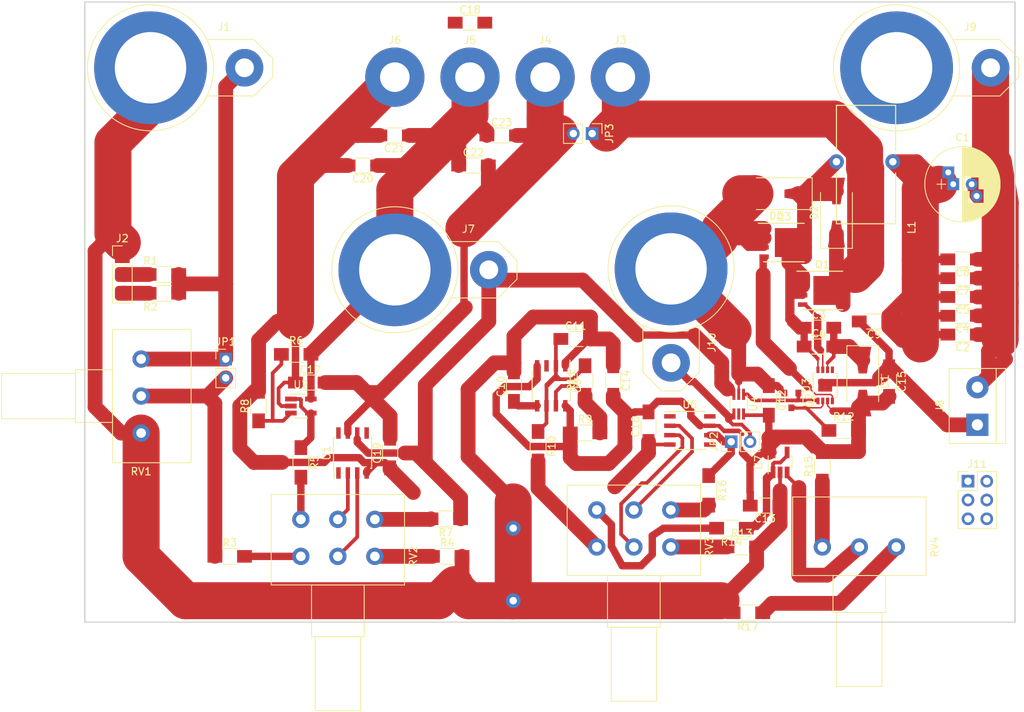
<source format=kicad_pcb>
(kicad_pcb (version 20171130) (host pcbnew "(5.0.2)-1")
  (layers (0 F.Cu signal) (31 B.Cu signal) (34 B.Paste user) (35 F.Paste user) (36 B.SilkS user) (37 F.SilkS user) (38 B.Mask user) (39 F.Mask user) (44 Edge.Cuts user))
  (net 0 "")
  (net 1 "Net-(C1-Pad2)")
  (net 2 "Net-(C1-Pad1)")
  (net 3 "Net-(C3-Pad1)")
  (net 4 "Net-(C3-Pad2)")
  (net 5 GND)
  (net 6 "Net-(C10-Pad1)")
  (net 7 "Net-(C11-Pad1)")
  (net 8 +5V)
  (net 9 -5V)
  (net 10 VCC)
  (net 11 "Net-(J1-Pad1)")
  (net 12 /audio)
  (net 13 /sawtooth)
  (net 14 /audio_in)
  (net 15 "Net-(JP2-Pad1)")
  (net 16 "Net-(Q1-Pad4)")
  (net 17 "Net-(Q2-Pad3)")
  (net 18 "Net-(Q2-Pad1)")
  (net 19 "Net-(Q3-Pad4)")
  (net 20 "Net-(R3-Pad2)")
  (net 21 "Net-(R4-Pad1)")
  (net 22 "Net-(R5-Pad2)")
  (net 23 "Net-(R5-Pad1)")
  (net 24 "Net-(R6-Pad1)")
  (net 25 "Net-(R7-Pad2)")
  (net 26 "Net-(R11-Pad1)")
  (net 27 "Net-(R10-Pad2)")
  (net 28 "Net-(R13-Pad1)")
  (net 29 "Net-(R14-Pad1)")
  (net 30 "Net-(R14-Pad2)")
  (net 31 "Net-(R15-Pad1)")
  (net 32 "Net-(R16-Pad2)")
  (net 33 "Net-(R17-Pad1)")
  (net 34 "Net-(RV2-Pad2)")
  (net 35 "Net-(RV2-Pad5)")
  (net 36 "Net-(RV3-Pad5)")
  (net 37 "Net-(RV3-Pad2)")
  (net 38 "Net-(RV4-Pad2)")
  (net 39 "Net-(J2-Pad2)")
  (net 40 "Net-(J2-Pad3)")
  (module Capacitors_SMD:C_1206_HandSoldering (layer F.Cu) (at 69.056 30.734)
    (fp_text reference C23 (at 0 -1.75) (layer F.SilkS))
    (fp_text value 100nF)
    (pad 1 smd rect (at -2 0) (size 2 1.6) (layers F.Cu F.Paste F.Mask) (net 5 GND))
    (pad 2 smd rect (at 2 0) (size 2 1.6) (layers F.Cu F.Paste F.Mask) (net 8 +5V))
  )
  (module Capacitors_SMD:C_1206_HandSoldering (layer F.Cu) (at 111.936311 59.26775)
    (fp_text reference C6 (at 0 -1.75) (layer F.SilkS))
    (fp_text value 100uF)
    (pad 2 smd rect (at 2 0) (size 2 1.6) (layers F.Cu F.Paste F.Mask) (net 4 "Net-(C3-Pad2)"))
    (pad 1 smd rect (at -2 0) (size 2 1.6) (layers F.Cu F.Paste F.Mask) (net 3 "Net-(C3-Pad1)"))
  )
  (module Capacitors_SMD:C_1206_HandSoldering (layer F.Cu) (at 111.936311 56.72775)
    (fp_text reference C3 (at 0 -1.75) (layer F.SilkS))
    (fp_text value 100uF)
    (pad 1 smd rect (at -2 0) (size 2 1.6) (layers F.Cu F.Paste F.Mask) (net 3 "Net-(C3-Pad1)"))
    (pad 2 smd rect (at 2 0) (size 2 1.6) (layers F.Cu F.Paste F.Mask) (net 4 "Net-(C3-Pad2)"))
  )
  (module Resistors_SMD:R_1206_HandSoldering (layer F.Cu) (at 73.971049 72.751958 270)
    (fp_text reference R10 (at 0 -1.85 270) (layer F.SilkS))
    (fp_text value 10k)
    (pad 1 smd rect (at -2 0 270) (size 2 1.7) (layers F.Cu F.Paste F.Mask) (net 7 "Net-(C11-Pad1)"))
    (pad 2 smd rect (at 2 0 270) (size 2 1.7) (layers F.Cu F.Paste F.Mask) (net 27 "Net-(R10-Pad2)"))
  )
  (module Capacitors_ThroughHole:CP_Radial_D10.0mm_P2.50mm_P5.00mm (layer F.Cu) (at 130.080352 37.32922)
    (fp_text reference C1 (at 1.25 -6.31) (layer F.SilkS))
    (fp_text value large)
    (pad 2 thru_hole circle (at 3.170937 1.6) (size 1.6 1.6) (drill 0.8) (layers *.Cu *.Mask) (net 1 "Net-(C1-Pad2)"))
    (pad 1 thru_hole rect (at -0.670937 -1.6) (size 1.6 1.6) (drill 0.8) (layers *.Cu *.Mask) (net 2 "Net-(C1-Pad1)"))
    (pad 2 thru_hole circle (at 2.5 0) (size 1.6 1.6) (drill 0.8) (layers *.Cu *.Mask) (net 1 "Net-(C1-Pad2)"))
    (pad 1 thru_hole rect (at 0 0) (size 1.6 1.6) (drill 0.8) (layers *.Cu *.Mask) (net 2 "Net-(C1-Pad1)"))
  )
  (module Capacitors_SMD:C_1206_HandSoldering (layer F.Cu) (at 131.350352 57.64922 180)
    (fp_text reference C2 (at 0 -1.75 180) (layer F.SilkS))
    (fp_text value 100uF)
    (pad 2 smd rect (at 2 0 180) (size 2 1.6) (layers F.Cu F.Paste F.Mask) (net 2 "Net-(C1-Pad1)"))
    (pad 1 smd rect (at -2 0 180) (size 2 1.6) (layers F.Cu F.Paste F.Mask) (net 1 "Net-(C1-Pad2)"))
  )
  (module Capacitors_SMD:C_1206_HandSoldering (layer F.Cu) (at 131.350352 55.10922 180)
    (fp_text reference C4 (at 0 -1.75 180) (layer F.SilkS))
    (fp_text value 100uF)
    (pad 1 smd rect (at -2 0 180) (size 2 1.6) (layers F.Cu F.Paste F.Mask) (net 1 "Net-(C1-Pad2)"))
    (pad 2 smd rect (at 2 0 180) (size 2 1.6) (layers F.Cu F.Paste F.Mask) (net 2 "Net-(C1-Pad1)"))
  )
  (module Capacitors_SMD:C_1206_HandSoldering (layer F.Cu) (at 131.350352 52.56922 180)
    (fp_text reference C5 (at 0 -1.75 180) (layer F.SilkS))
    (fp_text value 100uF)
    (pad 2 smd rect (at 2 0 180) (size 2 1.6) (layers F.Cu F.Paste F.Mask) (net 2 "Net-(C1-Pad1)"))
    (pad 1 smd rect (at -2 0 180) (size 2 1.6) (layers F.Cu F.Paste F.Mask) (net 1 "Net-(C1-Pad2)"))
  )
  (module Capacitors_SMD:C_1206_HandSoldering (layer F.Cu) (at 131.350352 50.02922 180)
    (fp_text reference C7 (at 0 -1.75 180) (layer F.SilkS))
    (fp_text value 100uF)
    (pad 1 smd rect (at -2 0 180) (size 2 1.6) (layers F.Cu F.Paste F.Mask) (net 1 "Net-(C1-Pad2)"))
    (pad 2 smd rect (at 2 0 180) (size 2 1.6) (layers F.Cu F.Paste F.Mask) (net 2 "Net-(C1-Pad1)"))
  )
  (module Capacitors_SMD:C_1206_HandSoldering (layer F.Cu) (at 131.350352 47.48922 180)
    (fp_text reference C8 (at 0 -1.75 180) (layer F.SilkS))
    (fp_text value 100uF)
    (pad 2 smd rect (at 2 0 180) (size 2 1.6) (layers F.Cu F.Paste F.Mask) (net 2 "Net-(C1-Pad1)"))
    (pad 1 smd rect (at -2 0 180) (size 2 1.6) (layers F.Cu F.Paste F.Mask) (net 1 "Net-(C1-Pad2)"))
  )
  (module Capacitors_SMD:C_1206_HandSoldering (layer F.Cu) (at 119.38 55.88 180)
    (fp_text reference C9 (at 0 -1.75 180) (layer F.SilkS))
    (fp_text value 3.3uF)
    (pad 1 smd rect (at -2 0 180) (size 2 1.6) (layers F.Cu F.Paste F.Mask) (net 2 "Net-(C1-Pad1)"))
    (pad 2 smd rect (at 2 0 180) (size 2 1.6) (layers F.Cu F.Paste F.Mask) (net 5 GND))
  )
  (module Capacitors_SMD:C_1206_HandSoldering (layer F.Cu) (at 70.711049 64.681958 90)
    (fp_text reference C10 (at 0 -1.75 90) (layer F.SilkS))
    (fp_text value 100nF)
    (pad 1 smd rect (at -2 0 90) (size 2 1.6) (layers F.Cu F.Paste F.Mask) (net 6 "Net-(C10-Pad1)"))
    (pad 2 smd rect (at 2 0 90) (size 2 1.6) (layers F.Cu F.Paste F.Mask) (net 5 GND))
  )
  (module Capacitors_SMD:C_1206_HandSoldering (layer F.Cu) (at 79.051049 58.241958)
    (fp_text reference C11 (at 0 -1.75) (layer F.SilkS))
    (fp_text value 1nF)
    (pad 2 smd rect (at 2 0) (size 2 1.6) (layers F.Cu F.Paste F.Mask) (net 5 GND))
    (pad 1 smd rect (at -2 0) (size 2 1.6) (layers F.Cu F.Paste F.Mask) (net 7 "Net-(C11-Pad1)"))
  )
  (module Capacitors_SMD:C_1206_HandSoldering (layer F.Cu) (at 105.156 66.548 270)
    (fp_text reference C12 (at 0 -1.75 270) (layer F.SilkS))
    (fp_text value 100nF)
    (pad 1 smd rect (at -2 0 270) (size 2 1.6) (layers F.Cu F.Paste F.Mask) (net 5 GND))
    (pad 2 smd rect (at 2 0 270) (size 2 1.6) (layers F.Cu F.Paste F.Mask) (net 8 +5V))
  )
  (module Capacitors_SMD:C_1206_HandSoldering (layer F.Cu) (at 104.648 80.772 180)
    (fp_text reference C13 (at 0 -1.75 180) (layer F.SilkS))
    (fp_text value 100nF)
    (pad 2 smd rect (at 2 0 180) (size 2 1.6) (layers F.Cu F.Paste F.Mask) (net 8 +5V))
    (pad 1 smd rect (at -2 0 180) (size 2 1.6) (layers F.Cu F.Paste F.Mask) (net 5 GND))
  )
  (module Capacitors_SMD:C_1206_HandSoldering (layer F.Cu) (at 84.131049 63.861958 270)
    (fp_text reference C14 (at 0 -1.75 270) (layer F.SilkS))
    (fp_text value 100nF)
    (pad 2 smd rect (at 2 0 270) (size 2 1.6) (layers F.Cu F.Paste F.Mask) (net 8 +5V))
    (pad 1 smd rect (at -2 0 270) (size 2 1.6) (layers F.Cu F.Paste F.Mask) (net 5 GND))
  )
  (module Capacitors_SMD:C_1206_HandSoldering (layer F.Cu) (at 121.412 64.008 270)
    (fp_text reference C15 (at 0 -1.75 270) (layer F.SilkS))
    (fp_text value 100nF)
    (pad 2 smd rect (at 2 0 270) (size 2 1.6) (layers F.Cu F.Paste F.Mask) (net 8 +5V))
    (pad 1 smd rect (at -2 0 270) (size 2 1.6) (layers F.Cu F.Paste F.Mask) (net 5 GND))
  )
  (module Capacitors_SMD:C_1206_HandSoldering (layer F.Cu) (at 88.9 70.104 90)
    (fp_text reference C16 (at 0 -1.75 90) (layer F.SilkS))
    (fp_text value 100nF)
    (pad 2 smd rect (at 2 0 90) (size 2 1.6) (layers F.Cu F.Paste F.Mask) (net 8 +5V))
    (pad 1 smd rect (at -2 0 90) (size 2 1.6) (layers F.Cu F.Paste F.Mask) (net 9 -5V))
  )
  (module Capacitors_SMD:C_1206_HandSoldering (layer F.Cu) (at 43.18 64.135)
    (fp_text reference C17 (at 0 -1.75) (layer F.SilkS))
    (fp_text value 100nF)
    (pad 1 smd rect (at -2 0) (size 2 1.6) (layers F.Cu F.Paste F.Mask) (net 9 -5V))
    (pad 2 smd rect (at 2 0) (size 2 1.6) (layers F.Cu F.Paste F.Mask) (net 8 +5V))
  )
  (module Capacitors_SMD:C_1206_HandSoldering (layer F.Cu) (at 53.975 73.66 90)
    (fp_text reference C19 (at 0 -1.75 90) (layer F.SilkS))
    (fp_text value 100nF)
    (pad 1 smd rect (at -2 0 90) (size 2 1.6) (layers F.Cu F.Paste F.Mask) (net 9 -5V))
    (pad 2 smd rect (at 2 0 90) (size 2 1.6) (layers F.Cu F.Paste F.Mask) (net 8 +5V))
  )
  (module Diodes_SMD:D_SMA-SMB_Universal_Handsoldering (layer F.Cu) (at 117.856 64.008 270)
    (fp_text reference D1 (at 0 -3 270) (layer F.SilkS))
    (fp_text value Schottky)
    (pad 2 smd trapezoid (at 2.9 0 90) (size 3.6 1.7) (rect_delta 0.6 0) (layers F.Cu F.Paste F.Mask) (net 8 +5V))
    (pad 1 smd trapezoid (at -2.9 0 270) (size 3.6 1.7) (rect_delta 0.6 0) (layers F.Cu F.Paste F.Mask) (net 4 "Net-(C3-Pad2)"))
  )
  (module Diodes_SMD:D_SMA-SMB_Universal_Handsoldering (layer F.Cu) (at 114.3 41.148 90)
    (fp_text reference D2 (at 0 -3 90) (layer F.SilkS))
    (fp_text value Schottky)
    (pad 2 smd trapezoid (at 2.9 0 270) (size 3.6 1.7) (rect_delta 0.6 0) (layers F.Cu F.Paste F.Mask) (net 3 "Net-(C3-Pad1)"))
    (pad 1 smd trapezoid (at -2.9 0 90) (size 3.6 1.7) (rect_delta 0.6 0) (layers F.Cu F.Paste F.Mask) (net 10 VCC))
  )
  (module Diodes_SMD:D_SMA-SMB_Universal_Handsoldering (layer F.Cu) (at 106.172 38.608 180)
    (fp_text reference D3 (at 0 -3 180) (layer F.SilkS))
    (fp_text value Schottky)
    (pad 1 smd trapezoid (at -2.9 0 180) (size 3.6 1.7) (rect_delta 0.6 0) (layers F.Cu F.Paste F.Mask) (net 3 "Net-(C3-Pad1)"))
    (pad 2 smd trapezoid (at 2.9 0) (size 3.6 1.7) (rect_delta 0.6 0) (layers F.Cu F.Paste F.Mask) (net 5 GND))
  )
  (module Connect:BNC (layer F.Cu) (at 34.29 21.59)
    (fp_text reference J1 (at -2.75 -5.5) (layer F.SilkS))
    (fp_text value "external input")
    (pad 2 thru_hole circle (at -12.7 0) (size 15.24 15.24) (drill 9.65) (layers *.Cu *.Mask) (net 5 GND))
    (pad 1 thru_hole circle (at 0 0) (size 5.08 5.08) (drill 2.54) (layers *.Cu *.Mask) (net 11 "Net-(J1-Pad1)"))
  )
  (module Pin_Headers:Pin_Header_Straight_1x03_Pitch2.54mm (layer F.Cu) (at 17.78 46.99)
    (fp_text reference J2 (at 0 -2.33) (layer F.SilkS))
    (fp_text value AUDIO)
    (pad 3 smd roundrect (at 0 5.08) (size 2 2) (layers F.Cu F.Paste F.Mask) (net 40 "Net-(J2-Pad3)"))
    (pad 2 smd roundrect (at 0 2.54) (size 2 2) (layers F.Cu F.Paste F.Mask) (net 39 "Net-(J2-Pad2)"))
    (pad 1 smd rect (at 0 0) (size 2 2) (layers F.Cu F.Paste F.Mask) (net 5 GND))
  )
  (module Mounting_Holes:MountingHole_4mm_Pad (layer F.Cu) (at 85.09 22.86)
    (fp_text reference J3 (at 0 -5) (layer F.SilkS))
    (fp_text value VCC)
    (pad 1 thru_hole circle (at 0 0) (size 8 8) (drill 4) (layers *.Cu *.Mask) (net 10 VCC))
  )
  (module Mounting_Holes:MountingHole_4mm_Pad (layer F.Cu) (at 74.93 22.86)
    (fp_text reference J4 (at 0 -5) (layer F.SilkS))
    (fp_text value +5V)
    (pad 1 thru_hole circle (at 0 0) (size 8 8) (drill 4) (layers *.Cu *.Mask) (net 8 +5V))
  )
  (module Mounting_Holes:MountingHole_4mm_Pad (layer F.Cu) (at 64.77 22.86)
    (fp_text reference J5 (at 0 -5) (layer F.SilkS))
    (fp_text value GND)
    (pad 1 thru_hole circle (at 0 0) (size 8 8) (drill 4) (layers *.Cu *.Mask) (net 5 GND))
  )
  (module Mounting_Holes:MountingHole_4mm_Pad (layer F.Cu) (at 54.61 22.86)
    (fp_text reference J6 (at 0 -5) (layer F.SilkS))
    (fp_text value -5V)
    (pad 1 thru_hole circle (at 0 0) (size 8 8) (drill 4) (layers *.Cu *.Mask) (net 9 -5V))
  )
  (module Connect:BNC (layer F.Cu) (at 67.31 48.895)
    (fp_text reference J7 (at -2.75 -5.5) (layer F.SilkS))
    (fp_text value "audio tune")
    (pad 2 thru_hole circle (at -12.7 0) (size 15.24 15.24) (drill 9.65) (layers *.Cu *.Mask) (net 5 GND))
    (pad 1 thru_hole circle (at 0 0) (size 5.08 5.08) (drill 2.54) (layers *.Cu *.Mask) (net 12 /audio))
  )
  (module Terminal_Blocks:TerminalBlock_bornier-2_P5.08mm (layer F.Cu) (at 133.35 69.85 90)
    (fp_text reference J8 (at 2.54 -5.08 90) (layer F.SilkS))
    (fp_text value speaker)
    (pad 2 thru_hole circle (at 5.08 0 90) (size 3 3) (drill 1.52) (layers *.Cu *.Mask) (net 1 "Net-(C1-Pad2)"))
    (pad 1 thru_hole rect (at 0 0 90) (size 3 3) (drill 1.52) (layers *.Cu *.Mask) (net 5 GND))
  )
  (module Connect:BNC (layer F.Cu) (at 135.128 21.59)
    (fp_text reference J9 (at -2.75 -5.5) (layer F.SilkS))
    (fp_text value speaker)
    (pad 1 thru_hole circle (at 0 0) (size 5.08 5.08) (drill 2.54) (layers *.Cu *.Mask) (net 1 "Net-(C1-Pad2)"))
    (pad 2 thru_hole circle (at -12.7 0) (size 15.24 15.24) (drill 9.65) (layers *.Cu *.Mask) (net 5 GND))
  )
  (module Connect:BNC (layer F.Cu) (at 91.948 61.468 270)
    (fp_text reference J10 (at -2.75 -5.5 270) (layer F.SilkS))
    (fp_text value "external saw")
    (pad 1 thru_hole circle (at 0 0 270) (size 5.08 5.08) (drill 2.54) (layers *.Cu *.Mask) (net 13 /sawtooth))
    (pad 2 thru_hole circle (at -12.7 0 270) (size 15.24 15.24) (drill 9.65) (layers *.Cu *.Mask) (net 5 GND))
  )
  (module Pin_Headers:Pin_Header_Straight_1x02_Pitch2.54mm (layer F.Cu) (at 31.75 60.96)
    (fp_text reference JP1 (at 0 -2.33) (layer F.SilkS))
    (fp_text value "volume bypass")
    (pad 2 thru_hole oval (at 0 2.54) (size 1.7 1.7) (drill 1) (layers *.Cu *.Mask) (net 14 /audio_in))
    (pad 1 thru_hole rect (at 0 0) (size 1.7 1.7) (drill 1) (layers *.Cu *.Mask) (net 11 "Net-(J1-Pad1)"))
  )
  (module Pin_Headers:Pin_Header_Straight_1x02_Pitch2.54mm (layer F.Cu) (at 81.28 30.48 270)
    (fp_text reference JP3 (at 0 -2.33 270) (layer F.SilkS))
    (fp_text value 5V_output)
    (pad 1 thru_hole rect (at 0 0 270) (size 1.7 1.7) (drill 1) (layers *.Cu *.Mask) (net 10 VCC))
    (pad 2 thru_hole oval (at 0 2.54 270) (size 1.7 1.7) (drill 1) (layers *.Cu *.Mask) (net 8 +5V))
  )
  (module Choke_Toroid_ThroughHole:Choke_Toroid_8x16mm_Vertical (layer F.Cu) (at 114.3 26.67 270)
    (fp_text reference L1 (at 16.51 -10.16 270) (layer F.SilkS))
    (fp_text value 22uH)
    (pad 2 thru_hole circle (at 7.62 -7.62 270) (size 1.99898 1.99898) (drill 1.00076) (layers *.Cu *.Mask) (net 2 "Net-(C1-Pad1)"))
    (pad 1 thru_hole circle (at 7.62 0 270) (size 1.99898 1.99898) (drill 1.00076) (layers *.Cu *.Mask) (net 3 "Net-(C3-Pad1)"))
  )
  (module SMD_Packages:SO-8_PowerPAK_Vishay_Single (layer F.Cu) (at 112.398 51.689)
    (fp_text reference Q1 (at 0 -3.5) (layer F.SilkS))
    (fp_text value SQJ860EP)
    (pad 5 smd rect (at 0.69 0) (size 3.81 3.91) (layers F.Cu F.Paste F.Mask) (net 10 VCC))
    (pad 5 smd rect (at 2.795 -1.905) (size 1.02 0.61) (layers F.Cu F.Paste F.Mask) (net 10 VCC))
    (pad 5 smd rect (at 2.795 -0.635) (size 1.02 0.61) (layers F.Cu F.Paste F.Mask) (net 10 VCC))
    (pad 5 smd rect (at 2.795 0.635) (size 1.02 0.61) (layers F.Cu F.Paste F.Mask) (net 10 VCC))
    (pad 5 smd rect (at 2.795 1.905) (size 1.02 0.61) (layers F.Cu F.Paste F.Mask) (net 10 VCC))
    (pad 4 smd rect (at -2.67 1.905) (size 1.27 0.61) (layers F.Cu F.Paste F.Mask) (net 16 "Net-(Q1-Pad4)"))
    (pad 3 smd rect (at -2.67 0.635) (size 1.27 0.61) (layers F.Cu F.Paste F.Mask) (net 3 "Net-(C3-Pad1)"))
    (pad 2 smd rect (at -2.67 -0.635) (size 1.27 0.61) (layers F.Cu F.Paste F.Mask) (net 3 "Net-(C3-Pad1)"))
    (pad 1 smd rect (at -2.67 -1.905) (size 1.27 0.61) (layers F.Cu F.Paste F.Mask) (net 3 "Net-(C3-Pad1)"))
  )
  (module TO_SOT_Packages_SMD:SOT-23 (layer F.Cu) (at 108.204 66.548 270)
    (fp_text reference Q2 (at 0 -2.5 270) (layer F.SilkS))
    (fp_text value Q_NMOS_GSD)
    (pad 3 smd rect (at 1 0 270) (size 0.9 0.8) (layers F.Cu F.Paste F.Mask) (net 17 "Net-(Q2-Pad3)"))
    (pad 2 smd rect (at -1 0.95 270) (size 0.9 0.8) (layers F.Cu F.Paste F.Mask) (net 5 GND))
    (pad 1 smd rect (at -1 -0.95 270) (size 0.9 0.8) (layers F.Cu F.Paste F.Mask) (net 18 "Net-(Q2-Pad1)"))
  )
  (module SMD_Packages:SO-8_PowerPAK_Vishay_Single (layer F.Cu) (at 107.188 45.212)
    (fp_text reference Q3 (at 0 -3.5) (layer F.SilkS))
    (fp_text value SQJ860EP)
    (pad 1 smd rect (at -2.67 -1.905) (size 1.27 0.61) (layers F.Cu F.Paste F.Mask) (net 5 GND))
    (pad 2 smd rect (at -2.67 -0.635) (size 1.27 0.61) (layers F.Cu F.Paste F.Mask) (net 5 GND))
    (pad 3 smd rect (at -2.67 0.635) (size 1.27 0.61) (layers F.Cu F.Paste F.Mask) (net 5 GND))
    (pad 4 smd rect (at -2.67 1.905) (size 1.27 0.61) (layers F.Cu F.Paste F.Mask) (net 19 "Net-(Q3-Pad4)"))
    (pad 5 smd rect (at 2.795 1.905) (size 1.02 0.61) (layers F.Cu F.Paste F.Mask) (net 3 "Net-(C3-Pad1)"))
    (pad 5 smd rect (at 2.795 0.635) (size 1.02 0.61) (layers F.Cu F.Paste F.Mask) (net 3 "Net-(C3-Pad1)"))
    (pad 5 smd rect (at 2.795 -0.635) (size 1.02 0.61) (layers F.Cu F.Paste F.Mask) (net 3 "Net-(C3-Pad1)"))
    (pad 5 smd rect (at 2.795 -1.905) (size 1.02 0.61) (layers F.Cu F.Paste F.Mask) (net 3 "Net-(C3-Pad1)"))
    (pad 5 smd rect (at 0.69 0) (size 3.81 3.91) (layers F.Cu F.Paste F.Mask) (net 3 "Net-(C3-Pad1)"))
  )
  (module Resistors_SMD:R_1206_HandSoldering (layer F.Cu) (at 23.4 49.53)
    (fp_text reference R1 (at -1.81 -1.85) (layer F.SilkS))
    (fp_text value 10k)
    (pad 2 smd rect (at 2 0) (size 2 1.7) (layers F.Cu F.Paste F.Mask) (net 11 "Net-(J1-Pad1)"))
    (pad 1 smd rect (at -2 0) (size 2 1.7) (layers F.Cu F.Paste F.Mask) (net 39 "Net-(J2-Pad2)"))
  )
  (module Resistors_SMD:R_1206_HandSoldering (layer F.Cu) (at 23.4 52.07)
    (fp_text reference R2 (at -1.81 1.83) (layer F.SilkS))
    (fp_text value 10k)
    (pad 1 smd rect (at -2 0) (size 2 1.7) (layers F.Cu F.Paste F.Mask) (net 40 "Net-(J2-Pad3)"))
    (pad 2 smd rect (at 2 0) (size 2 1.7) (layers F.Cu F.Paste F.Mask) (net 11 "Net-(J1-Pad1)"))
  )
  (module Resistors_SMD:R_1206_HandSoldering (layer F.Cu) (at 32.29 87.63)
    (fp_text reference R3 (at 0 -1.85) (layer F.SilkS))
    (fp_text value 10k)
    (pad 1 smd rect (at -2 0) (size 2 1.7) (layers F.Cu F.Paste F.Mask) (net 14 /audio_in))
    (pad 2 smd rect (at 2 0) (size 2 1.7) (layers F.Cu F.Paste F.Mask) (net 20 "Net-(R3-Pad2)"))
  )
  (module Resistors_SMD:R_1206_HandSoldering (layer F.Cu) (at 61.69 87.63)
    (fp_text reference R4 (at 0 -1.85) (layer F.SilkS))
    (fp_text value 10k)
    (pad 2 smd rect (at 2 0) (size 2 1.7) (layers F.Cu F.Paste F.Mask) (net 5 GND))
    (pad 1 smd rect (at -2 0) (size 2 1.7) (layers F.Cu F.Paste F.Mask) (net 21 "Net-(R4-Pad1)"))
  )
  (module Resistors_SMD:R_1206_HandSoldering (layer F.Cu) (at 41.91 74.93 270)
    (fp_text reference R5 (at 0 -1.85 270) (layer F.SilkS))
    (fp_text value 10k)
    (pad 2 smd rect (at 2 0 270) (size 2 1.7) (layers F.Cu F.Paste F.Mask) (net 22 "Net-(R5-Pad2)"))
    (pad 1 smd rect (at -2 0 270) (size 2 1.7) (layers F.Cu F.Paste F.Mask) (net 23 "Net-(R5-Pad1)"))
  )
  (module Resistors_SMD:R_1206_HandSoldering (layer F.Cu) (at 41.275 60.325)
    (fp_text reference R6 (at 0 -1.85) (layer F.SilkS))
    (fp_text value 10k)
    (pad 2 smd rect (at 2 0) (size 2 1.7) (layers F.Cu F.Paste F.Mask) (net 5 GND))
    (pad 1 smd rect (at -2 0) (size 2 1.7) (layers F.Cu F.Paste F.Mask) (net 24 "Net-(R6-Pad1)"))
  )
  (module Resistors_SMD:R_1206_HandSoldering (layer F.Cu) (at 61.5 82.55 180)
    (fp_text reference R7 (at 0 -1.85 180) (layer F.SilkS))
    (fp_text value 10k)
    (pad 1 smd rect (at -2 0 180) (size 2 1.7) (layers F.Cu F.Paste F.Mask) (net 12 /audio))
    (pad 2 smd rect (at 2 0 180) (size 2 1.7) (layers F.Cu F.Paste F.Mask) (net 25 "Net-(R7-Pad2)"))
  )
  (module Resistors_SMD:R_1206_HandSoldering (layer F.Cu) (at 36.195 67.31 90)
    (fp_text reference R8 (at 0 -1.85 90) (layer F.SilkS))
    (fp_text value 15k)
    (pad 1 smd rect (at -2 0 90) (size 2 1.7) (layers F.Cu F.Paste F.Mask) (net 24 "Net-(R6-Pad1)"))
    (pad 2 smd rect (at 2 0 90) (size 2 1.7) (layers F.Cu F.Paste F.Mask) (net 9 -5V))
  )
  (module Resistors_SMD:R_1206_HandSoldering (layer F.Cu) (at 80.321049 70.941958)
    (fp_text reference R9 (at 0 -1.85) (layer F.SilkS))
    (fp_text value 4k7)
    (pad 2 smd rect (at 2 0) (size 2 1.7) (layers F.Cu F.Paste F.Mask) (net 26 "Net-(R11-Pad1)"))
    (pad 1 smd rect (at -2 0) (size 2 1.7) (layers F.Cu F.Paste F.Mask) (net 8 +5V))
  )
  (module Resistors_SMD:R_1206_HandSoldering (layer F.Cu) (at 80.321049 63.861958 90)
    (fp_text reference R11 (at 0 -1.85 90) (layer F.SilkS))
    (fp_text value 1k2)
    (pad 1 smd rect (at -2 0 90) (size 2 1.7) (layers F.Cu F.Paste F.Mask) (net 26 "Net-(R11-Pad1)"))
    (pad 2 smd rect (at 2 0 90) (size 2 1.7) (layers F.Cu F.Paste F.Mask) (net 7 "Net-(C11-Pad1)"))
  )
  (module Resistors_SMD:R_1206_HandSoldering (layer F.Cu) (at 115.284 70.612)
    (fp_text reference R12 (at 0 -1.85) (layer F.SilkS))
    (fp_text value 10k)
    (pad 2 smd rect (at 2 0) (size 2 1.7) (layers F.Cu F.Paste F.Mask) (net 8 +5V))
    (pad 1 smd rect (at -2 0) (size 2 1.7) (layers F.Cu F.Paste F.Mask) (net 17 "Net-(Q2-Pad3)"))
  )
  (module Resistors_SMD:R_1206_HandSoldering (layer F.Cu) (at 101.505 86.36)
    (fp_text reference R13 (at 0 -1.85) (layer F.SilkS))
    (fp_text value 22k)
    (pad 1 smd rect (at -2 0) (size 2 1.7) (layers F.Cu F.Paste F.Mask) (net 28 "Net-(R13-Pad1)"))
    (pad 2 smd rect (at 2 0) (size 2 1.7) (layers F.Cu F.Paste F.Mask) (net 5 GND))
  )
  (module Resistors_SMD:R_1206_HandSoldering (layer F.Cu) (at 100.108 83.82 180)
    (fp_text reference R14 (at 0 -1.85 180) (layer F.SilkS))
    (fp_text value 10k)
    (pad 2 smd rect (at 2 0 180) (size 2 1.7) (layers F.Cu F.Paste F.Mask) (net 30 "Net-(R14-Pad2)"))
    (pad 1 smd rect (at -2 0 180) (size 2 1.7) (layers F.Cu F.Paste F.Mask) (net 29 "Net-(R14-Pad1)"))
  )
  (module Resistors_SMD:R_1206_HandSoldering (layer F.Cu) (at 112.395 75.47 90)
    (fp_text reference R15 (at 0 -1.85 90) (layer F.SilkS))
    (fp_text value 15k)
    (pad 2 smd rect (at 2 0 90) (size 2 1.7) (layers F.Cu F.Paste F.Mask) (net 8 +5V))
    (pad 1 smd rect (at -2 0 90) (size 2 1.7) (layers F.Cu F.Paste F.Mask) (net 31 "Net-(R15-Pad1)"))
  )
  (module Resistors_SMD:R_1206_HandSoldering (layer F.Cu) (at 97.028 78.708 270)
    (fp_text reference R16 (at 0 -1.85 270) (layer F.SilkS))
    (fp_text value 22k)
    (pad 2 smd rect (at 2 0 270) (size 2 1.7) (layers F.Cu F.Paste F.Mask) (net 32 "Net-(R16-Pad2)"))
    (pad 1 smd rect (at -2 0 270) (size 2 1.7) (layers F.Cu F.Paste F.Mask) (net 15 "Net-(JP2-Pad1)"))
  )
  (module Resistors_SMD:R_1206_HandSoldering (layer F.Cu) (at 102.33 95.25 180)
    (fp_text reference R17 (at 0 -1.85 180) (layer F.SilkS))
    (fp_text value 5k6)
    (pad 1 smd rect (at -2 0 180) (size 2 1.7) (layers F.Cu F.Paste F.Mask) (net 33 "Net-(R17-Pad1)"))
    (pad 2 smd rect (at 2 0 180) (size 2 1.7) (layers F.Cu F.Paste F.Mask) (net 5 GND))
  )
  (module Potentiometers:Potentiometer_Alps_RK163_Single_Vertical (layer F.Cu) (at 20.32 60.96 180)
    (fp_text reference RV1 (at 0 -15.2 180) (layer F.SilkS))
    (fp_text value 10k)
    (pad 3 thru_hole circle (at 0 -10 180) (size 2.34 2.34) (drill 1.3) (layers *.Cu *.Mask) (net 5 GND))
    (pad 2 thru_hole circle (at 0 -5 180) (size 2.34 2.34) (drill 1.3) (layers *.Cu *.Mask) (net 14 /audio_in))
    (pad 1 thru_hole circle (at 0 0 180) (size 2.34 2.34) (drill 1.3) (layers *.Cu *.Mask) (net 11 "Net-(J1-Pad1)"))
  )
  (module Potentiometers:Potentiometer_Alps_RK163_Double_Vertical (layer F.Cu) (at 41.91 87.63 270)
    (fp_text reference RV2 (at 0 -15.2 270) (layer F.SilkS))
    (fp_text value 10k)
    (pad 3 thru_hole circle (at 0 -10 270) (size 2.34 2.34) (drill 1.3) (layers *.Cu *.Mask) (net 21 "Net-(R4-Pad1)"))
    (pad 2 thru_hole circle (at 0 -5 270) (size 2.34 2.34) (drill 1.3) (layers *.Cu *.Mask) (net 34 "Net-(RV2-Pad2)"))
    (pad 1 thru_hole circle (at 0 0 270) (size 2.34 2.34) (drill 1.3) (layers *.Cu *.Mask) (net 20 "Net-(R3-Pad2)"))
    (pad 6 thru_hole circle (at -5 -10 270) (size 2.34 2.34) (drill 1.3) (layers *.Cu *.Mask) (net 25 "Net-(R7-Pad2)"))
    (pad 5 thru_hole circle (at -5 -5 270) (size 2.34 2.34) (drill 1.3) (layers *.Cu *.Mask) (net 35 "Net-(RV2-Pad5)"))
    (pad 4 thru_hole circle (at -5 0 270) (size 2.34 2.34) (drill 1.3) (layers *.Cu *.Mask) (net 22 "Net-(R5-Pad2)"))
  )
  (module Potentiometers:Potentiometer_Alps_RK163_Double_Vertical (layer F.Cu) (at 81.915 86.36 270)
    (fp_text reference RV3 (at 0 -15.2 270) (layer F.SilkS))
    (fp_text value 10k)
    (pad 4 thru_hole circle (at -5 0 270) (size 2.34 2.34) (drill 1.3) (layers *.Cu *.Mask) (net 30 "Net-(R14-Pad2)"))
    (pad 5 thru_hole circle (at -5 -5 270) (size 2.34 2.34) (drill 1.3) (layers *.Cu *.Mask) (net 36 "Net-(RV3-Pad5)"))
    (pad 6 thru_hole circle (at -5 -10 270) (size 2.34 2.34) (drill 1.3) (layers *.Cu *.Mask) (net 32 "Net-(R16-Pad2)"))
    (pad 1 thru_hole circle (at 0 0 270) (size 2.34 2.34) (drill 1.3) (layers *.Cu *.Mask) (net 27 "Net-(R10-Pad2)"))
    (pad 2 thru_hole circle (at 0 -5 270) (size 2.34 2.34) (drill 1.3) (layers *.Cu *.Mask) (net 37 "Net-(RV3-Pad2)"))
    (pad 3 thru_hole circle (at 0 -10 270) (size 2.34 2.34) (drill 1.3) (layers *.Cu *.Mask) (net 28 "Net-(R13-Pad1)"))
  )
  (module Potentiometers:Potentiometer_Alps_RK163_Single_Vertical (layer F.Cu) (at 112.395 86.36 270)
    (fp_text reference RV4 (at 0 -15.2 270) (layer F.SilkS))
    (fp_text value 10k)
    (pad 1 thru_hole circle (at 0 0 270) (size 2.34 2.34) (drill 1.3) (layers *.Cu *.Mask) (net 31 "Net-(R15-Pad1)"))
    (pad 2 thru_hole circle (at 0 -5 270) (size 2.34 2.34) (drill 1.3) (layers *.Cu *.Mask) (net 38 "Net-(RV4-Pad2)"))
    (pad 3 thru_hole circle (at 0 -10 270) (size 2.34 2.34) (drill 1.3) (layers *.Cu *.Mask) (net 33 "Net-(R17-Pad1)"))
  )
  (module Housings_SOIC:SOIC-8_3.9x4.9mm_Pitch1.27mm (layer F.Cu) (at 48.895 73.66 90)
    (fp_text reference U1 (at 0 -3.5 90) (layer F.SilkS))
    (fp_text value AD8038)
    (pad 1 smd rect (at -2.7 -1.905 90) (size 1.55 0.6) (layers F.Cu F.Paste F.Mask))
    (pad 2 smd rect (at -2.7 -0.635 90) (size 1.55 0.6) (layers F.Cu F.Paste F.Mask) (net 35 "Net-(RV2-Pad5)"))
    (pad 3 smd rect (at -2.7 0.635 90) (size 1.55 0.6) (layers F.Cu F.Paste F.Mask) (net 34 "Net-(RV2-Pad2)"))
    (pad 4 smd rect (at -2.7 1.905 90) (size 1.55 0.6) (layers F.Cu F.Paste F.Mask) (net 9 -5V))
    (pad 5 smd rect (at 2.7 1.905 90) (size 1.55 0.6) (layers F.Cu F.Paste F.Mask))
    (pad 6 smd rect (at 2.7 0.635 90) (size 1.55 0.6) (layers F.Cu F.Paste F.Mask) (net 12 /audio))
    (pad 7 smd rect (at 2.7 -0.635 90) (size 1.55 0.6) (layers F.Cu F.Paste F.Mask) (net 8 +5V))
    (pad 8 smd rect (at 2.7 -1.905 90) (size 1.55 0.6) (layers F.Cu F.Paste F.Mask))
  )
  (module TO_SOT_Packages_SMD:SOT-23-5_HandSoldering (layer F.Cu) (at 41.91 67.31)
    (fp_text reference U2 (at 0 -2.9) (layer F.SilkS))
    (fp_text value AD8613)
    (pad 1 smd rect (at -1.35 -0.95) (size 1.56 0.65) (layers F.Cu F.Paste F.Mask) (net 23 "Net-(R5-Pad1)"))
    (pad 2 smd rect (at -1.35 0) (size 1.56 0.65) (layers F.Cu F.Paste F.Mask) (net 9 -5V))
    (pad 3 smd rect (at -1.35 0.95) (size 1.56 0.65) (layers F.Cu F.Paste F.Mask) (net 24 "Net-(R6-Pad1)"))
    (pad 4 smd rect (at 1.35 0.95) (size 1.56 0.65) (layers F.Cu F.Paste F.Mask) (net 23 "Net-(R5-Pad1)"))
    (pad 5 smd rect (at 1.35 -0.95) (size 1.56 0.65) (layers F.Cu F.Paste F.Mask) (net 5 GND))
  )
  (module Housings_SSOP:MSOP-8-1EP_3x3mm_Pitch0.65mm (layer F.Cu) (at 112.776 64.516 90)
    (fp_text reference U3 (at 0 -2.55 90) (layer F.SilkS))
    (fp_text value LTC4444-5)
    (pad 9 smd rect (at -0.42 -0.47 90) (size 0.84 0.94) (layers F.Cu F.Paste F.Mask) (net 5 GND))
    (pad 9 smd rect (at -0.42 0.47 90) (size 0.84 0.94) (layers F.Cu F.Paste F.Mask) (net 5 GND))
    (pad 9 smd rect (at 0.42 -0.47 90) (size 0.84 0.94) (layers F.Cu F.Paste F.Mask) (net 5 GND))
    (pad 9 smd rect (at 0.42 0.47 90) (size 0.84 0.94) (layers F.Cu F.Paste F.Mask) (net 5 GND))
    (pad 8 smd rect (at 2.105 -0.975 90) (size 0.89 0.42) (layers F.Cu F.Paste F.Mask) (net 3 "Net-(C3-Pad1)"))
    (pad 7 smd rect (at 2.105 -0.325 90) (size 0.89 0.42) (layers F.Cu F.Paste F.Mask) (net 16 "Net-(Q1-Pad4)"))
    (pad 6 smd rect (at 2.105 0.325 90) (size 0.89 0.42) (layers F.Cu F.Paste F.Mask) (net 4 "Net-(C3-Pad2)"))
    (pad 5 smd rect (at 2.105 0.975 90) (size 0.89 0.42) (layers F.Cu F.Paste F.Mask))
    (pad 4 smd rect (at -2.105 0.975 90) (size 0.89 0.42) (layers F.Cu F.Paste F.Mask) (net 19 "Net-(Q3-Pad4)"))
    (pad 3 smd rect (at -2.105 0.325 90) (size 0.89 0.42) (layers F.Cu F.Paste F.Mask) (net 8 +5V))
    (pad 2 smd rect (at -2.105 -0.325 90) (size 0.89 0.42) (layers F.Cu F.Paste F.Mask) (net 17 "Net-(Q2-Pad3)"))
    (pad 1 smd rect (at -2.105 -0.975 90) (size 0.89 0.42) (layers F.Cu F.Paste F.Mask) (net 18 "Net-(Q2-Pad1)"))
  )
  (module TO_SOT_Packages_SMD:SOT-363_SC-70-6_Handsoldering (layer F.Cu) (at 101.092 67.056 270)
    (fp_text reference U4 (at 0 -2 270) (layer F.SilkS))
    (fp_text value AD8468)
    (pad 6 smd rect (at 1.33 -0.65 270) (size 1.5 0.4) (layers F.Cu F.Paste F.Mask) (net 8 +5V))
    (pad 5 smd rect (at 1.33 0 270) (size 1.5 0.4) (layers F.Cu F.Paste F.Mask))
    (pad 4 smd rect (at 1.33 0.65 270) (size 1.5 0.4) (layers F.Cu F.Paste F.Mask) (net 13 /sawtooth))
    (pad 3 smd rect (at -1.33 0.65 270) (size 1.5 0.4) (layers F.Cu F.Paste F.Mask) (net 12 /audio))
    (pad 2 smd rect (at -1.33 0 270) (size 1.5 0.4) (layers F.Cu F.Paste F.Mask) (net 5 GND))
    (pad 1 smd rect (at -1.33 -0.65 270) (size 1.5 0.4) (layers F.Cu F.Paste F.Mask) (net 18 "Net-(Q2-Pad1)"))
  )
  (module Housings_SOIC:SOIC-8_3.9x4.9mm_Pitch1.27mm (layer F.Cu) (at 75.746049 64.576958 270)
    (fp_text reference U5 (at 0 -3.5 270) (layer F.SilkS))
    (fp_text value LM555)
    (pad 8 smd rect (at 2.7 -1.905 270) (size 1.55 0.6) (layers F.Cu F.Paste F.Mask) (net 8 +5V))
    (pad 7 smd rect (at 2.7 -0.635 270) (size 1.55 0.6) (layers F.Cu F.Paste F.Mask) (net 26 "Net-(R11-Pad1)"))
    (pad 6 smd rect (at 2.7 0.635 270) (size 1.55 0.6) (layers F.Cu F.Paste F.Mask) (net 7 "Net-(C11-Pad1)"))
    (pad 5 smd rect (at 2.7 1.905 270) (size 1.55 0.6) (layers F.Cu F.Paste F.Mask) (net 6 "Net-(C10-Pad1)"))
    (pad 4 smd rect (at -2.7 1.905 270) (size 1.55 0.6) (layers F.Cu F.Paste F.Mask) (net 8 +5V))
    (pad 3 smd rect (at -2.7 0.635 270) (size 1.55 0.6) (layers F.Cu F.Paste F.Mask))
    (pad 2 smd rect (at -2.7 -0.635 270) (size 1.55 0.6) (layers F.Cu F.Paste F.Mask) (net 7 "Net-(C11-Pad1)"))
    (pad 1 smd rect (at -2.7 -1.905 270) (size 1.55 0.6) (layers F.Cu F.Paste F.Mask) (net 5 GND))
  )
  (module Housings_SOIC:SOIC-8_3.9x4.9mm_Pitch1.27mm (layer F.Cu) (at 94.488 70.612)
    (fp_text reference U6 (at 0 -3.5) (layer F.SilkS))
    (fp_text value AD8038)
    (pad 8 smd rect (at 2.7 -1.905) (size 1.55 0.6) (layers F.Cu F.Paste F.Mask))
    (pad 7 smd rect (at 2.7 -0.635) (size 1.55 0.6) (layers F.Cu F.Paste F.Mask) (net 8 +5V))
    (pad 6 smd rect (at 2.7 0.635) (size 1.55 0.6) (layers F.Cu F.Paste F.Mask) (net 15 "Net-(JP2-Pad1)"))
    (pad 5 smd rect (at 2.7 1.905) (size 1.55 0.6) (layers F.Cu F.Paste F.Mask))
    (pad 4 smd rect (at -2.7 1.905) (size 1.55 0.6) (layers F.Cu F.Paste F.Mask) (net 9 -5V))
    (pad 3 smd rect (at -2.7 0.635) (size 1.55 0.6) (layers F.Cu F.Paste F.Mask) (net 37 "Net-(RV3-Pad2)"))
    (pad 2 smd rect (at -2.7 -0.635) (size 1.55 0.6) (layers F.Cu F.Paste F.Mask) (net 36 "Net-(RV3-Pad5)"))
    (pad 1 smd rect (at -2.7 -1.905) (size 1.55 0.6) (layers F.Cu F.Paste F.Mask))
  )
  (module TO_SOT_Packages_SMD:SOT-23-5_HandSoldering (layer F.Cu) (at 106.68 74.93 90)
    (fp_text reference U7 (at 0 -2.9 90) (layer F.SilkS))
    (fp_text value AD8613)
    (pad 5 smd rect (at 1.35 -0.95 90) (size 1.56 0.65) (layers F.Cu F.Paste F.Mask) (net 8 +5V))
    (pad 4 smd rect (at 1.35 0.95 90) (size 1.56 0.65) (layers F.Cu F.Paste F.Mask) (net 29 "Net-(R14-Pad1)"))
    (pad 3 smd rect (at -1.35 0.95 90) (size 1.56 0.65) (layers F.Cu F.Paste F.Mask) (net 38 "Net-(RV4-Pad2)"))
    (pad 2 smd rect (at -1.35 0 90) (size 1.56 0.65) (layers F.Cu F.Paste F.Mask) (net 5 GND))
    (pad 1 smd rect (at -1.35 -0.95 90) (size 1.56 0.65) (layers F.Cu F.Paste F.Mask) (net 29 "Net-(R14-Pad1)"))
  )
  (module Pin_Headers:Pin_Header_Straight_2x03_Pitch2.54mm (layer F.Cu) (at 132.08 77.47)
    (fp_text reference J11 (at 1.27 -2.33) (layer F.SilkS))
    (fp_text value "jumper storage")
    (pad 6 thru_hole oval (at 2.54 5.08) (size 1.7 1.7) (drill 1) (layers *.Cu *.Mask))
    (pad 5 thru_hole oval (at 0 5.08) (size 1.7 1.7) (drill 1) (layers *.Cu *.Mask))
    (pad 4 thru_hole oval (at 2.54 2.54) (size 1.7 1.7) (drill 1) (layers *.Cu *.Mask))
    (pad 3 thru_hole oval (at 0 2.54) (size 1.7 1.7) (drill 1) (layers *.Cu *.Mask))
    (pad 2 thru_hole oval (at 2.54 0) (size 1.7 1.7) (drill 1) (layers *.Cu *.Mask))
    (pad 1 thru_hole rect (at 0 0) (size 1.7 1.7) (drill 1) (layers *.Cu *.Mask))
  )
  (module Pin_Headers:Pin_Header_Straight_1x02_Pitch2.54mm (layer F.Cu) (at 100.076 72.136 90)
    (fp_text reference JP2 (at 0 -2.33 90) (layer F.SilkS))
    (fp_text value "internal sawtooth")
    (pad 2 thru_hole oval (at 0 2.54 90) (size 1.7 1.7) (drill 1) (layers *.Cu *.Mask) (net 13 /sawtooth))
    (pad 1 thru_hole rect (at 0 0 90) (size 1.7 1.7) (drill 1) (layers *.Cu *.Mask) (net 15 "Net-(JP2-Pad1)"))
  )
  (module Capacitors_SMD:C_1206_HandSoldering (layer F.Cu) (at 64.77 15.494)
    (fp_text reference C18 (at 0 -1.75) (layer F.SilkS))
    (fp_text value 100nF)
    (pad 2 smd rect (at 2 0) (size 2 1.6) (layers F.Cu F.Paste F.Mask) (net 8 +5V))
    (pad 1 smd rect (at -2 0) (size 2 1.6) (layers F.Cu F.Paste F.Mask) (net 9 -5V))
  )
  (module Capacitors_SMD:C_1206_HandSoldering (layer F.Cu) (at 50.292 34.798 180)
    (fp_text reference C20 (at 0 -1.75 180) (layer F.SilkS))
    (fp_text value 100nF)
    (pad 2 smd rect (at 2 0 180) (size 2 1.6) (layers F.Cu F.Paste F.Mask) (net 9 -5V))
    (pad 1 smd rect (at -2 0 180) (size 2 1.6) (layers F.Cu F.Paste F.Mask) (net 5 GND))
  )
  (module Capacitors_SMD:C_1206_HandSoldering (layer F.Cu) (at 54.578 30.734 180)
    (fp_text reference C21 (at 0 -1.75 180) (layer F.SilkS))
    (fp_text value 100nF)
    (pad 1 smd rect (at -2 0 180) (size 2 1.6) (layers F.Cu F.Paste F.Mask) (net 5 GND))
    (pad 2 smd rect (at 2 0 180) (size 2 1.6) (layers F.Cu F.Paste F.Mask) (net 9 -5V))
  )
  (module Capacitors_SMD:C_1206_HandSoldering (layer F.Cu) (at 65.246 34.798)
    (fp_text reference C22 (at 0 -1.75) (layer F.SilkS))
    (fp_text value 100nF)
    (pad 2 smd rect (at 2 0) (size 2 1.6) (layers F.Cu F.Paste F.Mask) (net 8 +5V))
    (pad 1 smd rect (at -2 0) (size 2 1.6) (layers F.Cu F.Paste F.Mask) (net 5 GND))
  )
  (gr_line (start 12.7 96.52) (end 138.43 96.52) (layer Edge.Cuts) (width 0.15))
  (gr_line (start 12.7 12.7) (end 138.43 12.7) (layer Edge.Cuts) (width 0.15))
  (gr_line (start 12.7 96.52) (end 12.7 12.7) (layer Edge.Cuts) (width 0.2))
  (gr_line (start 138.43 12.7) (end 138.43 96.52) (layer Edge.Cuts) (width 0.2))
  (segment (start 134.525352 37.96422) (end 136.430352 39.86922) (width 5) (layer F.Cu) (net 1))
  (segment (start 137.16 60.96) (end 133.35 64.77) (width 2) (layer F.Cu) (net 1))
  (segment (start 134.849999 59.864573) (end 136.430352 58.28422) (width 2) (layer F.Cu) (net 1))
  (segment (start 134.849999 63.270001) (end 134.849999 59.864573) (width 2) (layer F.Cu) (net 1))
  (segment (start 133.35 64.77) (end 134.849999 63.270001) (width 2) (layer F.Cu) (net 1))
  (segment (start 136.430352 57.72922) (end 136.430352 58.28422) (width 2) (layer F.Cu) (net 1))
  (segment (start 136.350352 57.64922) (end 136.430352 57.72922) (width 2) (layer F.Cu) (net 1))
  (segment (start 133.350352 57.64922) (end 136.350352 57.64922) (width 2) (layer F.Cu) (net 1))
  (segment (start 136.430352 55.18922) (end 136.430352 55.88) (width 2) (layer F.Cu) (net 1))
  (segment (start 136.350352 55.10922) (end 136.430352 55.18922) (width 2) (layer F.Cu) (net 1))
  (segment (start 133.350352 55.10922) (end 136.350352 55.10922) (width 2) (layer F.Cu) (net 1))
  (segment (start 136.430352 55.88) (end 136.430352 58.28422) (width 5) (layer F.Cu) (net 1))
  (segment (start 136.430352 52.64922) (end 136.430352 53.34) (width 2) (layer F.Cu) (net 1))
  (segment (start 136.350352 52.56922) (end 136.430352 52.64922) (width 2) (layer F.Cu) (net 1))
  (segment (start 136.430352 53.34) (end 136.430352 55.88) (width 5) (layer F.Cu) (net 1))
  (segment (start 136.430352 50.10922) (end 136.430352 50.8) (width 2) (layer F.Cu) (net 1))
  (segment (start 136.350352 50.02922) (end 136.430352 50.10922) (width 2) (layer F.Cu) (net 1))
  (segment (start 133.350352 50.02922) (end 136.350352 50.02922) (width 2) (layer F.Cu) (net 1))
  (segment (start 136.430352 50.8) (end 136.430352 53.34) (width 5) (layer F.Cu) (net 1))
  (segment (start 136.430352 52.48922) (end 136.430352 50.8) (width 2) (layer F.Cu) (net 1))
  (segment (start 136.350352 52.56922) (end 136.430352 52.48922) (width 2) (layer F.Cu) (net 1))
  (segment (start 133.350352 52.56922) (end 136.350352 52.56922) (width 2) (layer F.Cu) (net 1))
  (segment (start 136.430352 47.56922) (end 136.430352 48.26) (width 2) (layer F.Cu) (net 1))
  (segment (start 136.350352 47.48922) (end 136.430352 47.56922) (width 2) (layer F.Cu) (net 1))
  (segment (start 133.350352 47.48922) (end 136.350352 47.48922) (width 2) (layer F.Cu) (net 1))
  (segment (start 136.430352 39.86922) (end 136.430352 48.26) (width 5) (layer F.Cu) (net 1))
  (segment (start 136.430352 48.26) (end 136.430352 50.8) (width 5) (layer F.Cu) (net 1))
  (segment (start 135.128 34.144307) (end 135.52999 34.546297) (width 5) (layer F.Cu) (net 1))
  (segment (start 135.128 21.59) (end 135.128 34.144307) (width 5) (layer F.Cu) (net 1))
  (segment (start 135.52999 34.546297) (end 136.430352 39.86922) (width 5) (layer F.Cu) (net 1))
  (segment (start 125.635352 37.982948) (end 128.175352 37.32922) (width 5) (layer F.Cu) (net 2))
  (segment (start 129.350352 47.48922) (end 125.635352 47.48922) (width 1) (layer F.Cu) (net 2))
  (segment (start 125.635352 37.982948) (end 125.635352 47.48922) (width 5) (layer F.Cu) (net 2))
  (segment (start 129.350352 50.02922) (end 125.635352 50.02922) (width 1) (layer F.Cu) (net 2))
  (segment (start 125.635352 47.48922) (end 125.635352 50.02922) (width 5) (layer F.Cu) (net 2))
  (segment (start 129.350352 52.56922) (end 125.635352 52.56922) (width 1) (layer F.Cu) (net 2))
  (segment (start 125.635352 50.02922) (end 125.635352 52.56922) (width 5) (layer F.Cu) (net 2))
  (segment (start 129.350352 55.10922) (end 125.635352 55.10922) (width 1) (layer F.Cu) (net 2))
  (segment (start 125.635352 52.56922) (end 125.635352 55.10922) (width 5) (layer F.Cu) (net 2))
  (segment (start 126.905352 57.64922) (end 125.635352 58.91922) (width 1) (layer F.Cu) (net 2))
  (segment (start 129.350352 57.64922) (end 126.905352 57.64922) (width 1) (layer F.Cu) (net 2))
  (segment (start 125.136132 34.29) (end 126.406132 35.56) (width 2) (layer F.Cu) (net 2))
  (segment (start 121.92 34.29) (end 125.136132 34.29) (width 2) (layer F.Cu) (net 2))
  (segment (start 126.406132 35.56) (end 128.175352 37.32922) (width 2) (layer F.Cu) (net 2))
  (segment (start 124.46 34.966132) (end 125.136132 34.29) (width 2) (layer F.Cu) (net 2))
  (segment (start 124.46 36.83) (end 124.46 34.966132) (width 2) (layer F.Cu) (net 2))
  (segment (start 121.92 34.29) (end 124.46 36.83) (width 2) (layer F.Cu) (net 2))
  (segment (start 124.46 36.83) (end 125.612948 37.982948) (width 2) (layer F.Cu) (net 2))
  (segment (start 125.612948 37.982948) (end 125.635352 37.982948) (width 2) (layer F.Cu) (net 2))
  (segment (start 121.92 34.29) (end 125.612948 37.982948) (width 2) (layer F.Cu) (net 2))
  (segment (start 124.864572 55.88) (end 125.635352 55.10922) (width 2) (layer F.Cu) (net 2))
  (segment (start 121.38 55.88) (end 121.38 55.15) (width 2) (layer F.Cu) (net 2))
  (segment (start 123.96078 52.56922) (end 125.635352 52.56922) (width 2) (layer F.Cu) (net 2))
  (segment (start 121.38 55.15) (end 123.96078 52.56922) (width 2) (layer F.Cu) (net 2))
  (segment (start 121.38 55.88) (end 121.38 56.61) (width 2) (layer F.Cu) (net 2))
  (segment (start 123.19 58.42) (end 125.635352 58.42) (width 2) (layer F.Cu) (net 2))
  (segment (start 121.38 56.61) (end 123.19 58.42) (width 2) (layer F.Cu) (net 2))
  (segment (start 125.635352 55.10922) (end 125.635352 58.42) (width 5) (layer F.Cu) (net 2))
  (segment (start 125.635352 58.42) (end 125.635352 58.91922) (width 5) (layer F.Cu) (net 2))
  (segment (start 123.19 58.42) (end 123.19 55.88) (width 2) (layer F.Cu) (net 2))
  (segment (start 121.38 55.88) (end 123.19 55.88) (width 2) (layer F.Cu) (net 2))
  (segment (start 123.19 55.88) (end 124.864572 55.88) (width 2) (layer F.Cu) (net 2))
  (segment (start 111.801 62.411) (end 111.801 61.001) (width 0.2) (layer F.Cu) (net 3))
  (segment (start 111.801 61.001) (end 111.76 60.96) (width 0.2) (layer F.Cu) (net 3))
  (segment (start 110.136311 59.26775) (end 109.936311 59.26775) (width 0.5) (layer F.Cu) (net 3))
  (segment (start 111.76 60.891439) (end 110.136311 59.26775) (width 0.5) (layer F.Cu) (net 3))
  (segment (start 111.76 60.96) (end 111.76 60.891439) (width 0.5) (layer F.Cu) (net 3))
  (segment (start 109.728 51.308) (end 109.728 52.324) (width 0.5) (layer F.Cu) (net 3))
  (segment (start 108.128 52.324) (end 108.593 52.324) (width 0.5) (layer F.Cu) (net 3))
  (segment (start 107.878 45.212) (end 107.878 45.394) (width 2) (layer F.Cu) (net 3))
  (segment (start 109.601 47.117) (end 109.983 47.117) (width 2) (layer F.Cu) (net 3))
  (segment (start 107.878 45.394) (end 109.601 47.117) (width 2) (layer F.Cu) (net 3))
  (segment (start 109.983 45.847) (end 109.983 47.117) (width 2) (layer F.Cu) (net 3))
  (segment (start 109.983 44.577) (end 109.983 45.847) (width 2) (layer F.Cu) (net 3))
  (segment (start 109.983 43.307) (end 109.983 44.577) (width 2) (layer F.Cu) (net 3))
  (segment (start 107.878 45.212) (end 107.878 47.934) (width 2) (layer F.Cu) (net 3))
  (segment (start 109.728 51.054) (end 109.728 49.784) (width 2) (layer F.Cu) (net 3))
  (segment (start 113.94 38.608) (end 114.3 38.248) (width 2) (layer F.Cu) (net 3))
  (segment (start 109.983 39.519) (end 109.072 38.608) (width 2) (layer F.Cu) (net 3))
  (segment (start 109.983 43.307) (end 109.983 39.519) (width 2) (layer F.Cu) (net 3))
  (segment (start 108.593 52.324) (end 108.593 49.665) (width 1) (layer F.Cu) (net 3))
  (segment (start 108.712 49.546) (end 108.712 48.768) (width 1) (layer F.Cu) (net 3))
  (segment (start 108.593 49.665) (end 108.712 49.546) (width 1) (layer F.Cu) (net 3))
  (segment (start 107.878 47.934) (end 108.712 48.768) (width 2) (layer F.Cu) (net 3))
  (segment (start 108.712 48.768) (end 109.728 49.784) (width 2) (layer F.Cu) (net 3))
  (segment (start 109.728 52.324) (end 109.728 51.054) (width 1) (layer F.Cu) (net 3))
  (segment (start 109.728 52.324) (end 108.593 52.324) (width 1) (layer F.Cu) (net 3))
  (segment (start 109.736311 56.72775) (end 109.936311 56.72775) (width 1) (layer F.Cu) (net 3))
  (segment (start 107.936311 54.92775) (end 109.736311 56.72775) (width 1) (layer F.Cu) (net 3))
  (segment (start 107.936311 52.515689) (end 107.936311 54.92775) (width 1) (layer F.Cu) (net 3))
  (segment (start 108.128 52.324) (end 107.936311 52.515689) (width 1) (layer F.Cu) (net 3))
  (segment (start 109.22 57.15) (end 109.936311 57.15) (width 1) (layer F.Cu) (net 3))
  (segment (start 108.128 56.058) (end 109.22 57.15) (width 1) (layer F.Cu) (net 3))
  (segment (start 109.936311 56.72775) (end 109.936311 57.15) (width 1) (layer F.Cu) (net 3))
  (segment (start 109.936311 57.15) (end 109.936311 59.26775) (width 1) (layer F.Cu) (net 3))
  (segment (start 108.128 49.352) (end 108.712 48.768) (width 1) (layer F.Cu) (net 3))
  (segment (start 108.128 56.058) (end 108.128 49.352) (width 1) (layer F.Cu) (net 3))
  (segment (start 107.878 55.63) (end 108.128 55.88) (width 1) (layer F.Cu) (net 3))
  (segment (start 107.878 47.934) (end 107.878 55.63) (width 1) (layer F.Cu) (net 3))
  (segment (start 108.128 52.324) (end 108.128 55.88) (width 1) (layer F.Cu) (net 3))
  (segment (start 108.128 55.88) (end 108.128 56.058) (width 1) (layer F.Cu) (net 3))
  (segment (start 111.612 36.978) (end 114.3 34.29) (width 2) (layer F.Cu) (net 3))
  (segment (start 112.08 36.978) (end 111.612 36.978) (width 1) (layer F.Cu) (net 3))
  (segment (start 110.702 36.978) (end 109.072 38.608) (width 1) (layer F.Cu) (net 3))
  (segment (start 112.08 36.978) (end 110.702 36.978) (width 1) (layer F.Cu) (net 3))
  (segment (start 113.03 36.978) (end 114.3 38.248) (width 1) (layer F.Cu) (net 3))
  (segment (start 112.08 36.978) (end 113.03 36.978) (width 1) (layer F.Cu) (net 3))
  (segment (start 109.072 38.608) (end 112.776 38.608) (width 2) (layer F.Cu) (net 3))
  (segment (start 112.776 38.608) (end 113.94 38.608) (width 2) (layer F.Cu) (net 3))
  (segment (start 112.776 37.674) (end 112.08 36.978) (width 1) (layer F.Cu) (net 3))
  (segment (start 112.776 38.608) (end 112.776 37.674) (width 1) (layer F.Cu) (net 3))
  (segment (start 116.01575 59.26775) (end 117.856 61.108) (width 2) (layer F.Cu) (net 4))
  (segment (start 113.936311 59.26775) (end 116.01575 59.26775) (width 2) (layer F.Cu) (net 4))
  (segment (start 113.936311 59.26775) (end 113.936311 56.72775) (width 1) (layer F.Cu) (net 4))
  (segment (start 113.936311 60.632689) (end 113.936311 59.26775) (width 0.5) (layer F.Cu) (net 4))
  (segment (start 113.101 61.468) (end 113.936311 60.632689) (width 0.5) (layer F.Cu) (net 4))
  (segment (start 113.101 62.411) (end 113.101 61.468) (width 0.2) (layer F.Cu) (net 4))
  (segment (start 81.051049 58.241958) (end 81.051049 55.281958) (width 2) (layer F.Cu) (net 5))
  (segment (start 84.131049 58.861958) (end 84.131049 61.861958) (width 2) (layer F.Cu) (net 5))
  (segment (start 83.511049 58.241958) (end 84.131049 58.861958) (width 2) (layer F.Cu) (net 5))
  (segment (start 81.051049 55.281958) (end 73.311049 55.281958) (width 2) (layer F.Cu) (net 5))
  (segment (start 73.311049 55.281958) (end 70.711049 57.881958) (width 2) (layer F.Cu) (net 5))
  (segment (start 77.651049 61.401958) (end 77.651049 61.876958) (width 1) (layer F.Cu) (net 5))
  (segment (start 80.811049 58.241958) (end 77.651049 61.401958) (width 1) (layer F.Cu) (net 5))
  (segment (start 81.051049 58.241958) (end 80.811049 58.241958) (width 1) (layer F.Cu) (net 5))
  (segment (start 43.18 66.28) (end 43.26 66.36) (width 0.5) (layer F.Cu) (net 5))
  (segment (start 43.18 62.23) (end 43.18 66.28) (width 0.5) (layer F.Cu) (net 5))
  (segment (start 43.275 66.345) (end 43.26 66.36) (width 1) (layer F.Cu) (net 5))
  (segment (start 43.275 60.325) (end 43.275 66.345) (width 1) (layer F.Cu) (net 5))
  (segment (start 63.69 90.48) (end 62.73 91.44) (width 2) (layer F.Cu) (net 5))
  (segment (start 63.69 87.63) (end 63.69 90.48) (width 2) (layer F.Cu) (net 5))
  (segment (start 62.569999 91.600001) (end 62.73 91.44) (width 5) (layer F.Cu) (net 5))
  (segment (start 26.30999 93.61999) (end 60.55001 93.61999) (width 5) (layer F.Cu) (net 5))
  (segment (start 20.32 70.96) (end 20.32 87.63) (width 5) (layer F.Cu) (net 5))
  (segment (start 20.32 87.63) (end 26.30999 93.61999) (width 5) (layer F.Cu) (net 5))
  (segment (start 60.55001 93.61999) (end 62.569999 91.600001) (width 5) (layer F.Cu) (net 5))
  (segment (start 98.69999 93.61999) (end 99.42001 93.61999) (width 2) (layer F.Cu) (net 5))
  (segment (start 62.569999 91.600001) (end 64.589988 93.61999) (width 5) (layer F.Cu) (net 5))
  (segment (start 106.68 76.28) (end 106.68 78.74) (width 0.5) (layer F.Cu) (net 5))
  (segment (start 106.68 83.335) (end 106.68 78.74) (width 2) (layer F.Cu) (net 5))
  (segment (start 103.655 86.36) (end 106.68 83.335) (width 2) (layer F.Cu) (net 5))
  (segment (start 103.505 86.36) (end 103.655 86.36) (width 2) (layer F.Cu) (net 5))
  (segment (start 103.505 88.81498) (end 98.69999 93.61999) (width 2) (layer F.Cu) (net 5))
  (segment (start 103.505 86.36) (end 103.505 88.81498) (width 2) (layer F.Cu) (net 5))
  (segment (start 70.711049 61.468) (end 68.072 61.468) (width 2) (layer F.Cu) (net 5))
  (segment (start 70.711049 57.881958) (end 70.711049 61.468) (width 2) (layer F.Cu) (net 5))
  (segment (start 70.711049 61.468) (end 70.711049 62.681958) (width 2) (layer F.Cu) (net 5))
  (segment (start 68.072 61.468) (end 64.516 65.024) (width 2) (layer F.Cu) (net 5))
  (segment (start 64.516 65.024) (end 64.516 74.168) (width 2) (layer F.Cu) (net 5))
  (segment (start 70.612 80.264) (end 70.612 83.82) (width 2) (layer F.Cu) (net 5))
  (segment (start 64.516 74.168) (end 70.612 80.264) (width 2) (layer F.Cu) (net 5))
  (segment (start 64.589988 93.61999) (end 70.612 93.61999) (width 5) (layer F.Cu) (net 5))
  (segment (start 70.612 93.61999) (end 98.69999 93.61999) (width 5) (layer F.Cu) (net 5))
  (segment (start 101.092 65.726) (end 101.092 64.008) (width 0.3) (layer F.Cu) (net 5))
  (segment (start 105.156 64.548) (end 103.6 62.992) (width 2) (layer F.Cu) (net 5))
  (segment (start 103.6 62.992) (end 101.092 62.992) (width 2) (layer F.Cu) (net 5))
  (segment (start 82.296 58.241958) (end 82.474042 58.241958) (width 1) (layer F.Cu) (net 5))
  (segment (start 81.051049 58.241958) (end 82.296 58.241958) (width 2) (layer F.Cu) (net 5))
  (segment (start 82.296 58.241958) (end 83.511049 58.241958) (width 2) (layer F.Cu) (net 5))
  (segment (start 16.510001 43.942001) (end 17.78 45.212) (width 5) (layer F.Cu) (net 5))
  (segment (start 16.510001 31.749999) (end 16.510001 43.942001) (width 5) (layer F.Cu) (net 5))
  (segment (start 24.13 24.13) (end 16.510001 31.749999) (width 5) (layer F.Cu) (net 5))
  (segment (start 17.78 46.99) (end 17.78 45.212) (width 2) (layer F.Cu) (net 5))
  (segment (start 54.61 48.895) (end 54.61 38.118693) (width 5) (layer F.Cu) (net 5))
  (segment (start 64.77 27.958693) (end 64.77 22.86) (width 5) (layer F.Cu) (net 5))
  (segment (start 43.275 60.23) (end 54.61 48.895) (width 2) (layer F.Cu) (net 5))
  (segment (start 43.275 60.325) (end 43.275 60.23) (width 2) (layer F.Cu) (net 5))
  (segment (start 112.366012 64.156012) (end 112.306 64.096) (width 1) (layer F.Cu) (net 5))
  (segment (start 119.463988 64.156012) (end 112.366012 64.156012) (width 1) (layer F.Cu) (net 5))
  (segment (start 104.518 45.847) (end 104.518 44.577) (width 1) (layer F.Cu) (net 5))
  (segment (start 104.518 43.307) (end 104.518 44.577) (width 1) (layer F.Cu) (net 5))
  (segment (start 104.518 44.577) (end 101.092 44.577) (width 2) (layer F.Cu) (net 5))
  (segment (start 103.272 38.608) (end 101.372 38.608) (width 5) (layer F.Cu) (net 5))
  (segment (start 101.092 44.098) (end 101.092 44.577) (width 2) (layer F.Cu) (net 5))
  (segment (start 101.883 43.307) (end 101.092 44.098) (width 2) (layer F.Cu) (net 5))
  (segment (start 104.518 43.307) (end 101.883 43.307) (width 2) (layer F.Cu) (net 5))
  (segment (start 102.362 45.847) (end 101.092 44.577) (width 1) (layer F.Cu) (net 5))
  (segment (start 104.518 45.847) (end 102.362 45.847) (width 1) (layer F.Cu) (net 5))
  (segment (start 94.361 48.768) (end 91.948 48.768) (width 5) (layer F.Cu) (net 5))
  (segment (start 98.552 44.577) (end 94.361 48.768) (width 5) (layer F.Cu) (net 5))
  (segment (start 103.272 38.608) (end 98.552 43.328) (width 5) (layer F.Cu) (net 5))
  (segment (start 98.552 43.328) (end 98.552 44.577) (width 5) (layer F.Cu) (net 5))
  (segment (start 101.092 62.992) (end 101.092 57.912) (width 2) (layer F.Cu) (net 5))
  (segment (start 91.948 48.768) (end 100.33 57.15) (width 5) (layer F.Cu) (net 5))
  (segment (start 101.092 57.912) (end 100.33 57.15) (width 2) (layer F.Cu) (net 5))
  (segment (start 121.412 59.912) (end 121.412 62.008) (width 1) (layer F.Cu) (net 5))
  (segment (start 117.38 55.88) (end 121.412 59.912) (width 1) (layer F.Cu) (net 5))
  (segment (start 106.254 64.548) (end 106.68 64.974) (width 1) (layer F.Cu) (net 5))
  (segment (start 105.156 64.548) (end 106.254 64.548) (width 1) (layer F.Cu) (net 5))
  (segment (start 106.68 64.974) (end 107.254 65.548) (width 0.5) (layer F.Cu) (net 5))
  (segment (start 129.254 69.85) (end 133.35 69.85) (width 2) (layer F.Cu) (net 5))
  (segment (start 121.412 62.008) (end 129.254 69.85) (width 2) (layer F.Cu) (net 5))
  (segment (start 121.412 62.208) (end 120.12 63.5) (width 2) (layer F.Cu) (net 5))
  (segment (start 121.412 62.008) (end 121.412 62.208) (width 2) (layer F.Cu) (net 5))
  (segment (start 120.12 63.5) (end 119.463988 64.156012) (width 1) (layer F.Cu) (net 5))
  (segment (start 112.306 64.096) (end 112.306 64.936) (width 0.2) (layer F.Cu) (net 5))
  (segment (start 112.306 64.936) (end 113.246 64.936) (width 0.2) (layer F.Cu) (net 5))
  (segment (start 113.246 64.936) (end 113.246 64.096) (width 0.2) (layer F.Cu) (net 5))
  (segment (start 70.612 93.61999) (end 70.612 93.61999) (width 2) (layer F.Cu) (net 5))
  (via (at 70.612 93.61999) (size 2) (drill 1) (layers F.Cu B.Cu) (net 5))
  (segment (start 70.612 83.82) (end 70.612 93.61999) (width 2) (layer F.Cu) (net 5))
  (via (at 70.612 83.82) (size 2) (drill 1) (layers F.Cu B.Cu) (net 5))
  (segment (start 70.612 80.264) (end 70.612 93.61999) (width 5) (layer F.Cu) (net 5))
  (segment (start 17.62 70.96) (end 20.32 70.96) (width 2) (layer F.Cu) (net 5))
  (segment (start 14.10001 67.44001) (end 17.62 70.96) (width 2) (layer F.Cu) (net 5))
  (segment (start 16.510001 43.942001) (end 14.10001 46.35199) (width 2) (layer F.Cu) (net 5))
  (segment (start 14.10001 46.35199) (end 14.10001 67.44001) (width 2) (layer F.Cu) (net 5))
  (segment (start 101.092 64.008) (end 101.092 62.992) (width 1) (layer F.Cu) (net 5))
  (segment (start 56.388 35.894) (end 56.388 36.340693) (width 2) (layer F.Cu) (net 5))
  (segment (start 55.292 34.798) (end 56.388 35.894) (width 2) (layer F.Cu) (net 5))
  (segment (start 52.292 34.798) (end 55.292 34.798) (width 2) (layer F.Cu) (net 5))
  (segment (start 54.61 38.118693) (end 56.388 36.340693) (width 5) (layer F.Cu) (net 5))
  (segment (start 60.594 31.75) (end 60.978693 31.75) (width 2) (layer F.Cu) (net 5))
  (segment (start 59.578 30.734) (end 60.594 31.75) (width 2) (layer F.Cu) (net 5))
  (segment (start 56.578 30.734) (end 59.578 30.734) (width 2) (layer F.Cu) (net 5))
  (segment (start 56.388 36.340693) (end 60.978693 31.75) (width 5) (layer F.Cu) (net 5))
  (segment (start 60.978693 31.75) (end 64.77 27.958693) (width 5) (layer F.Cu) (net 5))
  (segment (start 67.056 30.244693) (end 64.77 27.958693) (width 2) (layer F.Cu) (net 5))
  (segment (start 67.056 30.734) (end 67.056 30.244693) (width 2) (layer F.Cu) (net 5))
  (segment (start 62.998 31.75) (end 60.978693 31.75) (width 2) (layer F.Cu) (net 5))
  (segment (start 63.246 31.998) (end 62.998 31.75) (width 2) (layer F.Cu) (net 5))
  (segment (start 63.246 34.798) (end 63.246 31.998) (width 2) (layer F.Cu) (net 5))
  (segment (start 71.306049 67.276958) (end 70.711049 66.681958) (width 1) (layer F.Cu) (net 6))
  (segment (start 73.841049 67.276958) (end 71.306049 67.276958) (width 1) (layer F.Cu) (net 6))
  (segment (start 76.911049 63.681958) (end 76.111049 63.681958) (width 0.5) (layer F.Cu) (net 7))
  (segment (start 76.111049 63.681958) (end 75.111049 64.681958) (width 0.5) (layer F.Cu) (net 7))
  (segment (start 75.111049 69.611958) (end 73.971049 70.751958) (width 0.5) (layer F.Cu) (net 7))
  (segment (start 75.111049 67.276958) (end 75.111049 69.611958) (width 0.5) (layer F.Cu) (net 7))
  (segment (start 75.111049 64.421958) (end 75.111049 64.681958) (width 0.5) (layer F.Cu) (net 7))
  (segment (start 76.381049 63.151958) (end 75.111049 64.421958) (width 0.5) (layer F.Cu) (net 7))
  (segment (start 76.381049 61.876958) (end 76.381049 63.151958) (width 0.5) (layer F.Cu) (net 7))
  (segment (start 75.111049 67.276958) (end 75.111049 64.681958) (width 0.5) (layer F.Cu) (net 7))
  (segment (start 76.911049 63.681958) (end 78.651049 63.681958) (width 0.5) (layer F.Cu) (net 7))
  (segment (start 76.381049 63.151958) (end 76.911049 63.681958) (width 0.5) (layer F.Cu) (net 7))
  (segment (start 80.321049 62.011958) (end 78.651049 63.681958) (width 0.5) (layer F.Cu) (net 7))
  (segment (start 80.321049 61.861958) (end 80.321049 62.011958) (width 0.5) (layer F.Cu) (net 7))
  (segment (start 76.381049 58.911958) (end 76.381049 61.876958) (width 0.5) (layer F.Cu) (net 7))
  (segment (start 77.051049 58.241958) (end 76.381049 58.911958) (width 0.5) (layer F.Cu) (net 7))
  (segment (start 84.131049 66.601958) (end 85.711049 68.181958) (width 2) (layer F.Cu) (net 8))
  (segment (start 84.131049 65.861958) (end 84.131049 66.601958) (width 2) (layer F.Cu) (net 8))
  (segment (start 85.711049 68.181958) (end 85.711049 72.881958) (width 2) (layer F.Cu) (net 8))
  (segment (start 85.711049 72.881958) (end 83.511049 75.081958) (width 2) (layer F.Cu) (net 8))
  (segment (start 83.511049 75.081958) (end 79.111049 75.081958) (width 2) (layer F.Cu) (net 8))
  (segment (start 79.111049 75.081958) (end 78.321049 74.291958) (width 2) (layer F.Cu) (net 8))
  (segment (start 78.321049 67.946958) (end 77.651049 67.276958) (width 1) (layer F.Cu) (net 8))
  (segment (start 78.321049 70.941958) (end 78.321049 67.946958) (width 1) (layer F.Cu) (net 8))
  (segment (start 72.711047 72.781958) (end 68.311049 68.38196) (width 1) (layer F.Cu) (net 8))
  (segment (start 78.321049 72.781958) (end 72.711047 72.781958) (width 1) (layer F.Cu) (net 8))
  (segment (start 78.321049 74.291958) (end 78.321049 72.781958) (width 2) (layer F.Cu) (net 8))
  (segment (start 78.321049 72.781958) (end 78.321049 70.941958) (width 2) (layer F.Cu) (net 8))
  (segment (start 68.311049 65.841956) (end 69.471047 64.681958) (width 1) (layer F.Cu) (net 8))
  (segment (start 68.311049 68.38196) (end 68.311049 65.841956) (width 1) (layer F.Cu) (net 8))
  (segment (start 73.841049 63.651958) (end 73.841049 61.876958) (width 1) (layer F.Cu) (net 8))
  (segment (start 72.811049 64.681958) (end 73.841049 63.651958) (width 1) (layer F.Cu) (net 8))
  (segment (start 69.471047 64.681958) (end 72.811049 64.681958) (width 1) (layer F.Cu) (net 8))
  (segment (start 53.975 68.66) (end 53.975 71.66) (width 2) (layer F.Cu) (net 8))
  (segment (start 45.18 64.135) (end 49.45 64.135) (width 2) (layer F.Cu) (net 8))
  (segment (start 49.45 64.135) (end 50.8 65.485) (width 2) (layer F.Cu) (net 8))
  (segment (start 51.219998 66.755) (end 52.07 66.755) (width 1) (layer F.Cu) (net 8))
  (segment (start 48.26 69.714998) (end 51.219998 66.755) (width 1) (layer F.Cu) (net 8))
  (segment (start 48.26 70.96) (end 48.26 69.714998) (width 1) (layer F.Cu) (net 8))
  (segment (start 50.8 65.485) (end 52.07 66.755) (width 2) (layer F.Cu) (net 8))
  (segment (start 52.07 66.755) (end 53.975 68.66) (width 2) (layer F.Cu) (net 8))
  (segment (start 74.93 22.86) (end 74.93 28.516854) (width 5) (layer F.Cu) (net 8))
  (segment (start 105.73 73.58) (end 105.73 73.125) (width 0.5) (layer F.Cu) (net 8))
  (segment (start 102.648 78.972) (end 102.616 78.94) (width 1) (layer F.Cu) (net 8))
  (segment (start 102.648 80.772) (end 102.648 78.972) (width 1) (layer F.Cu) (net 8))
  (segment (start 102.616 78.94) (end 102.616 75.184) (width 1) (layer F.Cu) (net 8))
  (segment (start 101.904 68.548) (end 101.842001 68.486001) (width 0.5) (layer F.Cu) (net 8))
  (segment (start 105.156 68.548) (end 101.904 68.548) (width 0.5) (layer F.Cu) (net 8))
  (segment (start 87.022042 68.181958) (end 85.711049 68.181958) (width 1) (layer F.Cu) (net 8))
  (segment (start 87.1 68.104) (end 87.022042 68.181958) (width 1) (layer F.Cu) (net 8))
  (segment (start 88.9 68.104) (end 87.1 68.104) (width 1) (layer F.Cu) (net 8))
  (segment (start 67.31 40.005) (end 64.77 42.545) (width 5) (layer F.Cu) (net 8))
  (segment (start 50.8 65.485) (end 52.625 65.485) (width 2) (layer F.Cu) (net 8))
  (segment (start 63.969999 54.140001) (end 62.865 55.245) (width 1) (layer F.Cu) (net 8))
  (segment (start 63.969999 43.345001) (end 63.969999 54.140001) (width 1) (layer F.Cu) (net 8))
  (segment (start 64.77 42.545) (end 63.969999 43.345001) (width 1) (layer F.Cu) (net 8))
  (segment (start 52.625 65.485) (end 62.865 55.245) (width 2) (layer F.Cu) (net 8))
  (segment (start 62.865 55.245) (end 64.135 53.975) (width 2) (layer F.Cu) (net 8))
  (segment (start 63.969999 43.286855) (end 76.835 30.421854) (width 5) (layer F.Cu) (net 8))
  (segment (start 63.969999 43.345001) (end 63.969999 43.286855) (width 5) (layer F.Cu) (net 8))
  (segment (start 74.93 28.516854) (end 74.93 32.385) (width 5) (layer F.Cu) (net 8))
  (segment (start 88.9 67.904) (end 90.129 66.675) (width 1) (layer F.Cu) (net 8))
  (segment (start 88.9 68.104) (end 88.9 67.904) (width 1) (layer F.Cu) (net 8))
  (segment (start 90.129 66.675) (end 93.345 66.675) (width 1) (layer F.Cu) (net 8))
  (segment (start 105.156 73.199) (end 104.775 73.58) (width 1) (layer F.Cu) (net 8))
  (segment (start 104.22 73.58) (end 104.775 73.58) (width 1) (layer F.Cu) (net 8))
  (segment (start 93.345 66.675) (end 94.615 67.945) (width 1) (layer F.Cu) (net 8))
  (segment (start 94.615 67.945) (end 94.615 68.707) (width 1) (layer F.Cu) (net 8))
  (segment (start 95.885 69.977) (end 97.188 69.977) (width 0.5) (layer F.Cu) (net 8))
  (segment (start 94.615 68.707) (end 95.885 69.977) (width 1) (layer F.Cu) (net 8))
  (segment (start 111.045 73.47) (end 112.395 73.47) (width 0.5) (layer F.Cu) (net 8))
  (segment (start 109.824999 72.249999) (end 111.045 73.47) (width 0.5) (layer F.Cu) (net 8))
  (segment (start 105.73 73.125) (end 106.605001 72.249999) (width 0.5) (layer F.Cu) (net 8))
  (segment (start 106.605001 72.249999) (end 109.824999 72.249999) (width 0.5) (layer F.Cu) (net 8))
  (segment (start 113.101 67.266) (end 113.83371 67.99871) (width 0.2) (layer F.Cu) (net 8))
  (segment (start 113.101 66.621) (end 113.101 67.266) (width 0.2) (layer F.Cu) (net 8))
  (segment (start 116.76529 67.99871) (end 117.856 66.908) (width 1) (layer F.Cu) (net 8))
  (segment (start 113.83371 67.99871) (end 116.76529 67.99871) (width 1) (layer F.Cu) (net 8))
  (segment (start 99.071999 70.885999) (end 101.246001 70.885999) (width 0.2) (layer F.Cu) (net 8))
  (segment (start 98.163 69.977) (end 99.071999 70.885999) (width 0.2) (layer F.Cu) (net 8))
  (segment (start 97.188 69.977) (end 98.163 69.977) (width 0.2) (layer F.Cu) (net 8))
  (segment (start 103.124 74.676) (end 104.22 73.58) (width 1) (layer F.Cu) (net 8))
  (segment (start 102.616 75.184) (end 103.124 74.676) (width 1) (layer F.Cu) (net 8))
  (segment (start 101.246001 70.885999) (end 101.326001 70.965999) (width 0.2) (layer F.Cu) (net 8))
  (segment (start 101.326001 70.965999) (end 101.326001 72.878001) (width 0.2) (layer F.Cu) (net 8))
  (segment (start 103.124 74.676) (end 102.616 74.676) (width 1) (layer F.Cu) (net 8))
  (segment (start 102.616 74.676) (end 101.6 73.66) (width 1) (layer F.Cu) (net 8))
  (segment (start 101.326001 72.878001) (end 101.476001 73.028001) (width 0.2) (layer F.Cu) (net 8))
  (segment (start 101.476001 73.028001) (end 103.124 74.676) (width 0.2) (layer F.Cu) (net 8))
  (segment (start 101.476001 73.536001) (end 101.6 73.66) (width 0.5) (layer F.Cu) (net 8))
  (segment (start 101.476001 73.028001) (end 101.476001 73.536001) (width 0.5) (layer F.Cu) (net 8))
  (segment (start 98.463 69.977) (end 99.098 70.612) (width 0.5) (layer F.Cu) (net 8))
  (segment (start 97.188 69.977) (end 98.463 69.977) (width 0.5) (layer F.Cu) (net 8))
  (segment (start 99.098 70.612) (end 101.092 70.612) (width 0.5) (layer F.Cu) (net 8))
  (segment (start 101.092 70.612) (end 101.6 71.12) (width 0.5) (layer F.Cu) (net 8))
  (segment (start 101.365999 71.354001) (end 101.6 71.12) (width 0.2) (layer F.Cu) (net 8))
  (segment (start 101.365999 72.917999) (end 101.365999 71.354001) (width 0.2) (layer F.Cu) (net 8))
  (segment (start 101.476001 73.028001) (end 101.365999 72.917999) (width 0.2) (layer F.Cu) (net 8))
  (segment (start 105.284001 71.499999) (end 105.156 71.628) (width 2) (layer F.Cu) (net 8))
  (segment (start 112.395 73.47) (end 110.424999 71.499999) (width 2) (layer F.Cu) (net 8))
  (segment (start 105.156 68.548) (end 105.156 71.628) (width 1) (layer F.Cu) (net 8))
  (segment (start 105.156 71.628) (end 105.156 73.199) (width 1) (layer F.Cu) (net 8))
  (segment (start 110.424999 71.499999) (end 106.172 71.499999) (width 2) (layer F.Cu) (net 8))
  (segment (start 105.156 72.515999) (end 106.172 71.499999) (width 2) (layer F.Cu) (net 8))
  (segment (start 105.156 73.58) (end 105.156 72.515999) (width 2) (layer F.Cu) (net 8))
  (segment (start 105.156 73.58) (end 105.73 73.58) (width 1) (layer F.Cu) (net 8))
  (segment (start 106.172 71.499999) (end 105.284001 71.499999) (width 2) (layer F.Cu) (net 8))
  (segment (start 104.775 73.58) (end 105.156 73.58) (width 1) (layer F.Cu) (net 8))
  (segment (start 117.284 73.462) (end 117.284 70.612) (width 2) (layer F.Cu) (net 8))
  (segment (start 117.276 73.47) (end 117.284 73.462) (width 2) (layer F.Cu) (net 8))
  (segment (start 112.395 73.47) (end 117.276 73.47) (width 2) (layer F.Cu) (net 8))
  (segment (start 117.284 67.48) (end 117.856 66.908) (width 2) (layer F.Cu) (net 8))
  (segment (start 117.284 70.612) (end 117.284 67.48) (width 2) (layer F.Cu) (net 8))
  (segment (start 120.512 66.908) (end 121.412 66.008) (width 2) (layer F.Cu) (net 8))
  (segment (start 117.856 66.908) (end 120.512 66.908) (width 2) (layer F.Cu) (net 8))
  (segment (start 67.246 40.069) (end 66.802 40.513) (width 2) (layer F.Cu) (net 8))
  (segment (start 67.246 34.798) (end 67.246 40.069) (width 2) (layer F.Cu) (net 8))
  (segment (start 74.93 32.385) (end 66.802 40.513) (width 5) (layer F.Cu) (net 8))
  (segment (start 66.802 40.513) (end 63.969999 43.345001) (width 5) (layer F.Cu) (net 8))
  (segment (start 74.93 31.608) (end 74.93 32.385) (width 2) (layer F.Cu) (net 8))
  (segment (start 74.056 30.734) (end 74.93 31.608) (width 2) (layer F.Cu) (net 8))
  (segment (start 71.056 30.734) (end 74.056 30.734) (width 2) (layer F.Cu) (net 8))
  (segment (start 41.18 36.29) (end 41.18 55.88) (width 5) (layer F.Cu) (net 9))
  (segment (start 41.18 64.135) (end 41.18 55.88) (width 1) (layer F.Cu) (net 9))
  (segment (start 38.900011 64.914989) (end 39.68 64.135) (width 0.5) (layer F.Cu) (net 9))
  (segment (start 39.68 64.135) (end 41.18 64.135) (width 0.5) (layer F.Cu) (net 9))
  (segment (start 39.28 67.31) (end 38.900011 66.930011) (width 0.5) (layer F.Cu) (net 9))
  (segment (start 40.56 67.31) (end 39.28 67.31) (width 0.5) (layer F.Cu) (net 9))
  (segment (start 38.900011 66.930011) (end 38.900011 64.914989) (width 0.5) (layer F.Cu) (net 9))
  (segment (start 41.18 55.88) (end 38.735 55.88) (width 2) (layer F.Cu) (net 9))
  (segment (start 36.195 58.42) (end 36.195 65.31) (width 2) (layer F.Cu) (net 9))
  (segment (start 38.735 55.88) (end 36.195 58.42) (width 2) (layer F.Cu) (net 9))
  (segment (start 35.655 65.31) (end 36.195 65.31) (width 2) (layer F.Cu) (net 9))
  (segment (start 33.655 67.31) (end 35.655 65.31) (width 2) (layer F.Cu) (net 9))
  (segment (start 33.655 73.025) (end 33.655 67.31) (width 2) (layer F.Cu) (net 9))
  (segment (start 33.655 73.025) (end 35.56 74.93) (width 2) (layer F.Cu) (net 9))
  (segment (start 35.56 74.93) (end 39.37 74.93) (width 2) (layer F.Cu) (net 9))
  (segment (start 53.275011 74.96001) (end 53.975 75.66) (width 1) (layer F.Cu) (net 9))
  (segment (start 49.781507 74.295) (end 50.446517 74.96001) (width 1) (layer F.Cu) (net 9))
  (segment (start 45.72 74.295) (end 49.781507 74.295) (width 1) (layer F.Cu) (net 9))
  (segment (start 45.085 74.93) (end 45.72 74.295) (width 1) (layer F.Cu) (net 9))
  (segment (start 39.37 74.93) (end 45.085 74.93) (width 1) (layer F.Cu) (net 9))
  (segment (start 50.8 76.36) (end 50.8 76.2) (width 1) (layer F.Cu) (net 9))
  (segment (start 52.03999 74.96001) (end 52.07 74.96001) (width 1) (layer F.Cu) (net 9))
  (segment (start 50.8 76.2) (end 52.03999 74.96001) (width 1) (layer F.Cu) (net 9))
  (segment (start 50.446517 74.96001) (end 52.07 74.96001) (width 1) (layer F.Cu) (net 9))
  (segment (start 52.07 74.96001) (end 53.275011 74.96001) (width 1) (layer F.Cu) (net 9))
  (segment (start 89.313 72.517) (end 88.9 72.104) (width 0.5) (layer F.Cu) (net 9))
  (segment (start 91.788 72.517) (end 89.313 72.517) (width 0.5) (layer F.Cu) (net 9))
  (segment (start 88.9 72.104) (end 88.9 73.66) (width 2) (layer F.Cu) (net 9))
  (segment (start 88.9 73.66) (end 84.328 78.232) (width 2) (layer F.Cu) (net 9))
  (segment (start 53.975 75.86) (end 57.109 78.994) (width 2) (layer F.Cu) (net 9))
  (segment (start 53.975 75.66) (end 53.975 75.86) (width 2) (layer F.Cu) (net 9))
  (segment (start 48.768 29.924) (end 48.768 28.702) (width 2) (layer F.Cu) (net 9))
  (segment (start 49.578 30.734) (end 48.768 29.924) (width 2) (layer F.Cu) (net 9))
  (segment (start 52.578 30.734) (end 49.578 30.734) (width 2) (layer F.Cu) (net 9))
  (segment (start 54.61 22.86) (end 48.768 28.702) (width 5) (layer F.Cu) (net 9))
  (segment (start 44.53 34.036) (end 43.434 34.036) (width 2) (layer F.Cu) (net 9))
  (segment (start 45.292 34.798) (end 44.53 34.036) (width 2) (layer F.Cu) (net 9))
  (segment (start 48.292 34.798) (end 45.292 34.798) (width 2) (layer F.Cu) (net 9))
  (segment (start 48.768 28.702) (end 43.434 34.036) (width 5) (layer F.Cu) (net 9))
  (segment (start 43.434 34.036) (end 41.18 36.29) (width 5) (layer F.Cu) (net 9))
  (segment (start 85.09 28.516854) (end 83.185 30.421854) (width 5) (layer F.Cu) (net 10))
  (segment (start 85.09 22.86) (end 85.09 28.516854) (width 5) (layer F.Cu) (net 10))
  (segment (start 113.088 51.689) (end 113.288 51.689) (width 1) (layer F.Cu) (net 10))
  (segment (start 114.558 51.689) (end 115.193 51.054) (width 1) (layer F.Cu) (net 10))
  (segment (start 114.993 53.594) (end 113.088 51.689) (width 1) (layer F.Cu) (net 10))
  (segment (start 115.193 53.594) (end 114.993 53.594) (width 1) (layer F.Cu) (net 10))
  (segment (start 114.558 51.689) (end 115.193 52.324) (width 1) (layer F.Cu) (net 10))
  (segment (start 113.088 51.689) (end 114.558 51.689) (width 1) (layer F.Cu) (net 10))
  (segment (start 114.808 50.169) (end 115.193 49.784) (width 1) (layer F.Cu) (net 10))
  (segment (start 113.288 51.689) (end 114.808 50.169) (width 1) (layer F.Cu) (net 10))
  (segment (start 115.193 50.554) (end 114.808 50.169) (width 2) (layer F.Cu) (net 10))
  (segment (start 115.193 53.594) (end 115.193 50.554) (width 2) (layer F.Cu) (net 10))
  (segment (start 114.3 50.477) (end 113.088 51.689) (width 2) (layer F.Cu) (net 10))
  (segment (start 114.3 44.048) (end 114.3 50.477) (width 2) (layer F.Cu) (net 10))
  (segment (start 118.25001 35.288196) (end 118.25001 48.11999) (width 5) (layer F.Cu) (net 10))
  (segment (start 118.25001 48.11999) (end 116.84 49.53) (width 5) (layer F.Cu) (net 10))
  (segment (start 118.10001 35.138196) (end 118.25001 35.288196) (width 5) (layer F.Cu) (net 10))
  (segment (start 118.10001 32.715984) (end 118.10001 35.138196) (width 5) (layer F.Cu) (net 10))
  (segment (start 113.90088 28.516854) (end 118.10001 32.715984) (width 5) (layer F.Cu) (net 10))
  (segment (start 85.09 28.516854) (end 113.90088 28.516854) (width 5) (layer F.Cu) (net 10))
  (segment (start 49.53 70.96) (end 49.53 71.754998) (width 0.5) (layer F.Cu) (net 12))
  (segment (start 51.435002 73.66) (end 55.96 73.66) (width 0.5) (layer F.Cu) (net 12))
  (segment (start 57.46 73.66) (end 55.96 73.66) (width 2) (layer F.Cu) (net 12))
  (segment (start 63.5 82.55) (end 63.5 79.7) (width 2) (layer F.Cu) (net 12))
  (segment (start 50.984998 73.66) (end 51.435002 73.66) (width 1) (layer F.Cu) (net 12))
  (segment (start 49.53 72.205002) (end 50.984998 73.66) (width 1) (layer F.Cu) (net 12))
  (segment (start 49.53 71.754998) (end 49.53 72.205002) (width 1) (layer F.Cu) (net 12))
  (segment (start 50.984998 73.66) (end 55.96 73.66) (width 1) (layer F.Cu) (net 12))
  (segment (start 58.73 64.46) (end 58.73 74.93) (width 2) (layer F.Cu) (net 12))
  (segment (start 67.31 55.88) (end 58.73 64.46) (width 2) (layer F.Cu) (net 12))
  (segment (start 63.5 79.7) (end 58.73 74.93) (width 2) (layer F.Cu) (net 12))
  (segment (start 58.73 74.93) (end 57.46 73.66) (width 2) (layer F.Cu) (net 12))
  (segment (start 67.31 50.292) (end 67.31 55.88) (width 2) (layer F.Cu) (net 12))
  (segment (start 100.27 65.726) (end 100.341999 65.726) (width 0.5) (layer F.Cu) (net 12))
  (segment (start 80.048001 50.292) (end 79.756 50.292) (width 1) (layer F.Cu) (net 12))
  (segment (start 67.31 50.292) (end 79.756 50.292) (width 2) (layer F.Cu) (net 12))
  (segment (start 98.79199 62.72399) (end 98.79199 64.24799) (width 2) (layer F.Cu) (net 12))
  (segment (start 98.79199 64.24799) (end 99.568 65.024) (width 2) (layer F.Cu) (net 12))
  (segment (start 98.79199 62.72399) (end 98.79199 61.39049) (width 2) (layer F.Cu) (net 12))
  (segment (start 98.79199 61.39049) (end 95.123 57.7215) (width 2) (layer F.Cu) (net 12))
  (segment (start 79.756 50.292) (end 80.01 50.292) (width 2) (layer F.Cu) (net 12))
  (segment (start 80.01 50.292) (end 87.4395 57.7215) (width 2) (layer F.Cu) (net 12))
  (segment (start 87.4395 57.7215) (end 95.123 57.7215) (width 1) (layer F.Cu) (net 12))
  (segment (start 97.028 76.708) (end 97.028 76.558) (width 0.5) (layer F.Cu) (net 15))
  (segment (start 99.74 69.088) (end 100.341999 68.486001) (width 0.5) (layer F.Cu) (net 13))
  (segment (start 94.487999 64.007999) (end 95.004001 64.007999) (width 1) (layer F.Cu) (net 13))
  (segment (start 91.948 61.468) (end 94.487999 64.007999) (width 1) (layer F.Cu) (net 13))
  (segment (start 95.004001 64.007999) (end 99.74 68.743998) (width 1) (layer F.Cu) (net 13))
  (segment (start 99.74 68.743998) (end 99.74 69.088) (width 1) (layer F.Cu) (net 13))
  (segment (start 20.32 60.96) (end 31.75 60.96) (width 2) (layer F.Cu) (net 11))
  (segment (start 29.29 65.96) (end 31.75 63.5) (width 2) (layer F.Cu) (net 14))
  (segment (start 20.32 65.96) (end 29.29 65.96) (width 2) (layer F.Cu) (net 14))
  (segment (start 30.29 66.96) (end 30.29 87.63) (width 2) (layer F.Cu) (net 14))
  (segment (start 29.29 65.96) (end 30.29 66.96) (width 2) (layer F.Cu) (net 14))
  (segment (start 25.4 50.8) (end 31.75 50.8) (width 2) (layer F.Cu) (net 11))
  (segment (start 25.4 49.53) (end 25.4 50.8) (width 2) (layer F.Cu) (net 11))
  (segment (start 25.4 50.8) (end 25.4 52.07) (width 2) (layer F.Cu) (net 11))
  (segment (start 31.750001 24.129999) (end 34.29 21.59) (width 2) (layer F.Cu) (net 11))
  (segment (start 31.75 50.8) (end 31.750001 24.129999) (width 2) (layer F.Cu) (net 11))
  (segment (start 31.75 50.8) (end 31.75 60.96) (width 2) (layer F.Cu) (net 11))
  (segment (start 100.291989 69.811989) (end 99.74 69.26) (width 0.5) (layer F.Cu) (net 13))
  (segment (start 99.74 69.26) (end 99.74 68.743998) (width 0.5) (layer F.Cu) (net 13))
  (segment (start 102.616 72.136) (end 102.616 70.933919) (width 0.5) (layer F.Cu) (net 13))
  (segment (start 101.49407 69.811989) (end 100.291989 69.811989) (width 0.5) (layer F.Cu) (net 13))
  (segment (start 102.616 70.933919) (end 101.49407 69.811989) (width 0.5) (layer F.Cu) (net 13))
  (segment (start 100.076 73.66) (end 97.028 76.708) (width 1) (layer F.Cu) (net 15))
  (segment (start 100.076 72.136) (end 100.076 73.66) (width 1) (layer F.Cu) (net 15))
  (segment (start 98.160194 71.247) (end 97.188 71.247) (width 1) (layer F.Cu) (net 15))
  (segment (start 99.049194 72.136) (end 98.160194 71.247) (width 1) (layer F.Cu) (net 15))
  (segment (start 100.076 72.136) (end 99.049194 72.136) (width 1) (layer F.Cu) (net 15))
  (segment (start 112.451 62.411) (end 112.451 60.127) (width 0.2) (layer F.Cu) (net 16))
  (segment (start 111.76 55.296) (end 111.76 55.88) (width 0.5) (layer F.Cu) (net 16))
  (segment (start 110.058 53.594) (end 111.76 55.296) (width 0.5) (layer F.Cu) (net 16))
  (segment (start 109.728 53.594) (end 110.058 53.594) (width 0.5) (layer F.Cu) (net 16))
  (segment (start 111.76 59.436) (end 111.76 55.88) (width 0.5) (layer F.Cu) (net 16))
  (segment (start 111.76 55.88) (end 111.76 55.372) (width 0.5) (layer F.Cu) (net 16))
  (segment (start 111.76 55.372) (end 111.76 59.406501) (width 1) (layer F.Cu) (net 16))
  (segment (start 111.76 59.406501) (end 112.136301 59.782802) (width 1) (layer F.Cu) (net 16))
  (segment (start 112.451 60.127) (end 112.136301 59.782802) (width 0.2) (layer F.Cu) (net 16))
  (segment (start 112.136301 59.782802) (end 111.76 59.436) (width 0.2) (layer F.Cu) (net 16))
  (segment (start 108.804 67.548) (end 108.204 67.548) (width 0.2) (layer F.Cu) (net 17))
  (segment (start 112.169 67.548) (end 108.804 67.548) (width 0.2) (layer F.Cu) (net 17))
  (segment (start 112.451 67.266) (end 112.169 67.548) (width 0.2) (layer F.Cu) (net 17))
  (segment (start 112.451 66.621) (end 112.451 67.266) (width 0.2) (layer F.Cu) (net 17))
  (segment (start 110.22 67.548) (end 111.784 69.112) (width 0.5) (layer F.Cu) (net 17))
  (segment (start 108.204 67.548) (end 110.22 67.548) (width 0.5) (layer F.Cu) (net 17))
  (segment (start 111.784 69.112) (end 113.284 70.612) (width 0.5) (layer F.Cu) (net 17))
  (segment (start 103.064 66.548) (end 103.124 66.548) (width 0.3) (layer F.Cu) (net 18))
  (segment (start 103.064 66.548) (end 108.204 66.548) (width 0.5) (layer F.Cu) (net 18))
  (segment (start 103.064 66.548) (end 102.242 65.726) (width 0.5) (layer F.Cu) (net 18))
  (segment (start 102.242 65.726) (end 102.108 65.726) (width 0.5) (layer F.Cu) (net 18))
  (segment (start 101.742 65.726) (end 102.108 65.726) (width 0.3) (layer F.Cu) (net 18))
  (segment (start 109.104 66.548) (end 108.712 66.548) (width 0.5) (layer F.Cu) (net 18))
  (segment (start 109.154 66.498) (end 109.104 66.548) (width 0.5) (layer F.Cu) (net 18))
  (segment (start 109.154 65.548) (end 109.154 66.498) (width 0.5) (layer F.Cu) (net 18))
  (segment (start 108.204 66.548) (end 108.712 66.548) (width 0.5) (layer F.Cu) (net 18))
  (segment (start 108.712 66.548) (end 111.690999 66.548) (width 0.5) (layer F.Cu) (net 18))
  (segment (start 111.515999 65.756001) (end 110.236 64.476002) (width 0.2) (layer F.Cu) (net 19))
  (segment (start 113.531001 65.756001) (end 111.515999 65.756001) (width 0.2) (layer F.Cu) (net 19))
  (segment (start 113.751 66.621) (end 113.751 65.976) (width 0.2) (layer F.Cu) (net 19))
  (segment (start 113.751 65.976) (end 113.531001 65.756001) (width 0.2) (layer F.Cu) (net 19))
  (segment (start 104.518 47.117) (end 104.518 47.374) (width 0.5) (layer F.Cu) (net 19))
  (segment (start 104.394 58.674) (end 107.95 62.23) (width 2) (layer F.Cu) (net 19))
  (segment (start 110.49 64.77) (end 109.22 63.5) (width 1) (layer F.Cu) (net 19))
  (segment (start 107.95 62.23) (end 109.22 63.5) (width 1) (layer F.Cu) (net 19))
  (segment (start 104.394 47.498) (end 104.518 47.374) (width 1) (layer F.Cu) (net 19))
  (segment (start 104.394 58.674) (end 104.394 49.53) (width 2) (layer F.Cu) (net 19))
  (segment (start 104.394 49.53) (end 104.394 47.498) (width 1) (layer F.Cu) (net 19))
  (segment (start 34.29 87.63) (end 41.91 87.63) (width 1) (layer F.Cu) (net 20))
  (segment (start 51.91 87.63) (end 59.69 87.63) (width 2) (layer F.Cu) (net 21))
  (segment (start 41.91 76.93) (end 41.91 82.63) (width 1) (layer F.Cu) (net 22))
  (segment (start 42.805 68.26) (end 43.26 68.26) (width 0.5) (layer F.Cu) (net 23))
  (segment (start 41.929999 67.384999) (end 42.805 68.26) (width 0.5) (layer F.Cu) (net 23))
  (segment (start 41.929999 66.449999) (end 41.929999 67.384999) (width 0.5) (layer F.Cu) (net 23))
  (segment (start 41.84 66.36) (end 41.929999 66.449999) (width 0.5) (layer F.Cu) (net 23))
  (segment (start 40.56 66.36) (end 41.84 66.36) (width 0.5) (layer F.Cu) (net 23))
  (segment (start 43.26 71.58) (end 41.91 72.93) (width 1) (layer F.Cu) (net 23))
  (segment (start 43.26 68.26) (end 43.26 71.58) (width 1) (layer F.Cu) (net 23))
  (segment (start 39.51 69.31) (end 40.56 68.26) (width 0.5) (layer F.Cu) (net 24))
  (segment (start 39.275 61.675) (end 38.1 62.85) (width 0.5) (layer F.Cu) (net 24))
  (segment (start 39.275 60.325) (end 39.275 61.675) (width 0.5) (layer F.Cu) (net 24))
  (segment (start 38.1 62.85) (end 38.1 69.31) (width 0.5) (layer F.Cu) (net 24))
  (segment (start 38.1 69.31) (end 39.51 69.31) (width 0.5) (layer F.Cu) (net 24))
  (segment (start 36.83 69.31) (end 38.1 69.31) (width 0.5) (layer F.Cu) (net 24))
  (segment (start 59.42 82.63) (end 59.5 82.55) (width 2) (layer F.Cu) (net 25))
  (segment (start 51.91 82.63) (end 59.42 82.63) (width 2) (layer F.Cu) (net 25))
  (segment (start 77.781049 64.601958) (end 77.781049 64.591958) (width 0.5) (layer F.Cu) (net 26))
  (segment (start 76.381049 67.276958) (end 76.381049 66.001958) (width 0.5) (layer F.Cu) (net 26))
  (segment (start 79.051049 64.591958) (end 77.781049 64.591958) (width 0.5) (layer F.Cu) (net 26))
  (segment (start 77.781049 64.601958) (end 77.156049 64.601958) (width 0.5) (layer F.Cu) (net 26))
  (segment (start 76.381049 65.376958) (end 76.381049 66.001958) (width 0.5) (layer F.Cu) (net 26))
  (segment (start 77.156049 64.601958) (end 76.381049 65.376958) (width 0.5) (layer F.Cu) (net 26))
  (segment (start 80.321049 65.861958) (end 79.051049 64.591958) (width 0.5) (layer F.Cu) (net 26))
  (segment (start 80.321049 66.834) (end 82.321049 68.834) (width 2) (layer F.Cu) (net 26))
  (segment (start 80.321049 65.861958) (end 80.321049 66.834) (width 2) (layer F.Cu) (net 26))
  (segment (start 82.321049 68.834) (end 82.321049 70.941958) (width 2) (layer F.Cu) (net 26))
  (segment (start 73.971049 78.416049) (end 81.915 86.36) (width 2) (layer F.Cu) (net 27))
  (segment (start 73.971049 74.751958) (end 73.971049 78.416049) (width 2) (layer F.Cu) (net 27))
  (segment (start 91.915 86.36) (end 99.505 86.36) (width 2) (layer F.Cu) (net 28))
  (segment (start 103.608 83.82) (end 104.648 82.78) (width 0.5) (layer F.Cu) (net 29))
  (segment (start 102.108 83.82) (end 103.608 83.82) (width 0.5) (layer F.Cu) (net 29))
  (segment (start 105.73 76.735) (end 105.73 76.28) (width 0.5) (layer F.Cu) (net 29))
  (segment (start 104.648 77.817) (end 105.73 76.735) (width 0.5) (layer F.Cu) (net 29))
  (segment (start 104.648 82.78) (end 104.648 77.817) (width 0.5) (layer F.Cu) (net 29))
  (segment (start 105.73 75.130011) (end 105.73 76.28) (width 0.5) (layer F.Cu) (net 29))
  (segment (start 106.715001 74.949999) (end 105.910012 74.949999) (width 0.5) (layer F.Cu) (net 29))
  (segment (start 105.910012 74.949999) (end 105.73 75.130011) (width 0.5) (layer F.Cu) (net 29))
  (segment (start 107.63 74.035) (end 106.715001 74.949999) (width 0.5) (layer F.Cu) (net 29))
  (segment (start 107.63 73.58) (end 107.63 74.035) (width 0.5) (layer F.Cu) (net 29))
  (segment (start 104.847999 81.812003) (end 104.847999 77.016001) (width 1) (layer F.Cu) (net 29))
  (segment (start 102.108 83.82) (end 102.840002 83.82) (width 1) (layer F.Cu) (net 29))
  (segment (start 102.840002 83.82) (end 104.847999 81.812003) (width 1) (layer F.Cu) (net 29))
  (segment (start 104.847999 77.016001) (end 105.156 76.708) (width 1) (layer F.Cu) (net 29))
  (segment (start 85.344 88.9) (end 83.885001 86.245603) (width 1) (layer F.Cu) (net 30))
  (segment (start 87.884 88.9) (end 85.344 88.9) (width 1) (layer F.Cu) (net 30))
  (segment (start 89.408 87.376) (end 87.884 88.9) (width 1) (layer F.Cu) (net 30))
  (segment (start 89.408 84.836) (end 89.408 87.376) (width 1) (layer F.Cu) (net 30))
  (segment (start 98.108 83.82) (end 90.932 83.82) (width 1) (layer F.Cu) (net 30))
  (segment (start 83.084999 82.529999) (end 81.915 81.36) (width 1) (layer F.Cu) (net 30))
  (segment (start 90.932 83.82) (end 89.408 84.836) (width 1) (layer F.Cu) (net 30))
  (segment (start 83.885001 86.245603) (end 83.885001 83.330001) (width 1) (layer F.Cu) (net 30))
  (segment (start 83.885001 83.330001) (end 83.084999 82.529999) (width 1) (layer F.Cu) (net 30))
  (segment (start 112.395 86.36) (end 112.395 77.47) (width 2) (layer F.Cu) (net 31))
  (segment (start 96.376 81.36) (end 97.028 80.708) (width 2) (layer F.Cu) (net 32))
  (segment (start 91.915 81.36) (end 96.376 81.36) (width 2) (layer F.Cu) (net 32))
  (segment (start 122.395 86.36) (end 114.775 93.98) (width 2) (layer F.Cu) (net 33))
  (segment (start 105.6 93.98) (end 104.46001 95.11999) (width 2) (layer F.Cu) (net 33))
  (segment (start 114.775 93.98) (end 105.6 93.98) (width 2) (layer F.Cu) (net 33))
  (segment (start 49.53 85.01) (end 46.91 87.63) (width 0.5) (layer F.Cu) (net 34))
  (segment (start 49.53 76.36) (end 49.53 85.01) (width 0.5) (layer F.Cu) (net 34))
  (segment (start 48.26 81.28) (end 46.91 82.63) (width 0.5) (layer F.Cu) (net 35))
  (segment (start 48.26 76.36) (end 48.26 81.28) (width 0.5) (layer F.Cu) (net 35))
  (segment (start 94.780011 73.494989) (end 94.780011 71.694011) (width 0.5) (layer F.Cu) (net 36))
  (segment (start 86.915 81.36) (end 94.780011 73.494989) (width 0.5) (layer F.Cu) (net 36))
  (segment (start 94.780011 71.694011) (end 93.063 69.977) (width 0.5) (layer F.Cu) (net 36))
  (segment (start 93.063 69.977) (end 91.788 69.977) (width 0.5) (layer F.Cu) (net 36))
  (segment (start 93.063 71.247) (end 91.788 71.247) (width 0.5) (layer F.Cu) (net 37))
  (segment (start 93.472 71.656) (end 93.063 71.247) (width 0.5) (layer F.Cu) (net 37))
  (segment (start 93.472 72.898002) (end 93.472 71.656) (width 0.5) (layer F.Cu) (net 37))
  (segment (start 88.005398 77.724) (end 88.646002 77.724) (width 0.5) (layer F.Cu) (net 37))
  (segment (start 88.646002 77.724) (end 93.472 72.898002) (width 0.5) (layer F.Cu) (net 37))
  (segment (start 86.915 86.36) (end 85.194999 84.639999) (width 0.5) (layer F.Cu) (net 37))
  (segment (start 85.194999 80.534399) (end 88.005398 77.724) (width 0.5) (layer F.Cu) (net 37))
  (segment (start 85.194999 84.639999) (end 85.194999 80.534399) (width 0.5) (layer F.Cu) (net 37))
  (segment (start 107.63 76.28) (end 107.63 76.735) (width 0.5) (layer F.Cu) (net 38))
  (segment (start 107.63 76.735) (end 109.22 78.325) (width 0.5) (layer F.Cu) (net 38))
  (segment (start 109.22 90.17) (end 109.22 78.325) (width 2) (layer F.Cu) (net 38))
  (segment (start 117.395 86.36) (end 113.03 90.17) (width 2) (layer F.Cu) (net 38))
  (segment (start 113.03 90.17) (end 109.22 90.17) (width 2) (layer F.Cu) (net 38))
  (segment (start 17.78 49.53) (end 21.4 49.53) (width 2) (layer F.Cu) (net 39))
  (segment (start 17.78 52.07) (end 21.4 52.07) (width 2) (layer F.Cu) (net 40))
)
</source>
